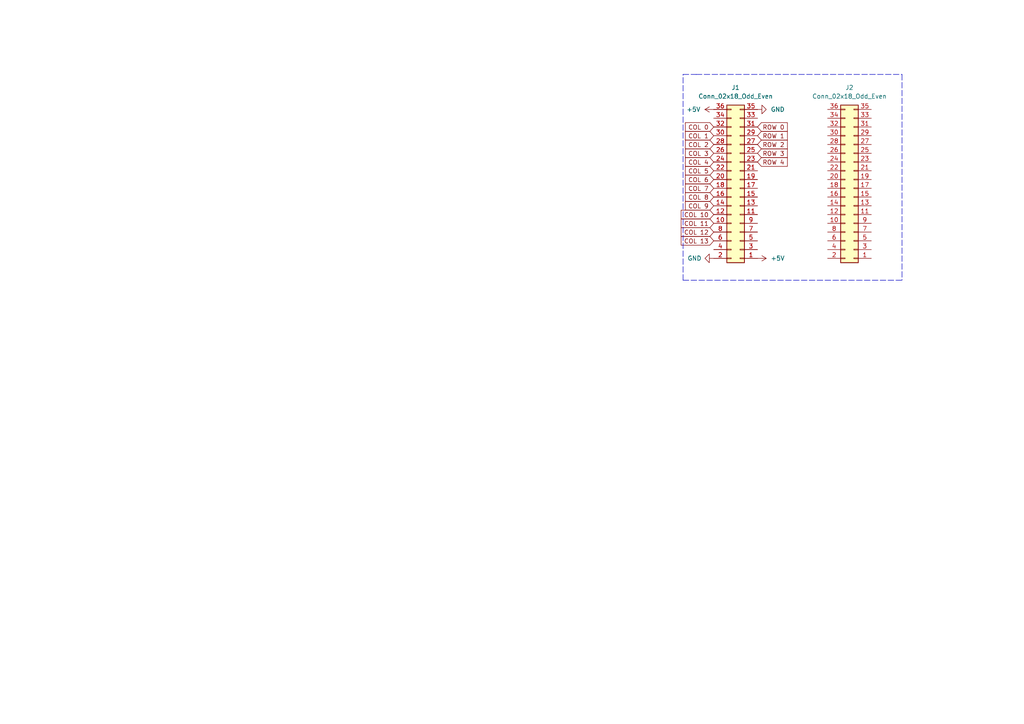
<source format=kicad_sch>
(kicad_sch (version 20211123) (generator eeschema)
  (paper "A4")
  (junction (at 490.728 102.108))
  (junction (at 410.21 10.16))
  (junction (at 458.978 102.108))
  (junction (at 644.779 119.126))
  (junction (at 510.032 93.218))
  (junction (at 330.2 26.67))
  (junction (at 438.785 76.835))
  (junction (at 660.019 93.345))
  (junction (at 436.245 71.12))
  (junction (at 659.892 101.981))
  (junction (at 571.5 32.385))
  (junction (at 398.145 32.385))
  (junction (at 481.965 26.67))
  (junction (at 494.665 54.61))
  (junction (at 330.2 48.895))
  (junction (at 532.13 93.345))
  (junction (at 488.315 93.345))
  (junction (at 510.032 100.076))
  (junction (at 429.895 54.61))
  (junction (at 490.855 48.895))
  (junction (at 589.915 26.67))
  (junction (at 380.238 102.108))
  (junction (at 460.375 76.835))
  (junction (at 518.795 10.16))
  (junction (at 323.85 32.385))
  (junction (at 503.555 76.835))
  (junction (at 501.015 71.12))
  (junction (at 568.325 26.67))
  (junction (at 593.09 32.385))
  (junction (at 394.97 26.67))
  (junction (at 414.655 71.12))
  (junction (at 469.265 48.895))
  (junction (at 590.55 76.835))
  (junction (at 556.26 48.895))
  (junction (at 376.555 32.385))
  (junction (at 323.723 102.108))
  (junction (at 549.91 32.385))
  (junction (at 426.085 48.895))
  (junction (at 408.305 54.61))
  (junction (at 387.35 93.345))
  (junction (at 581.66 54.61))
  (junction (at 585.343 102.108))
  (junction (at 666.75 93.218))
  (junction (at 497.205 10.16))
  (junction (at 423.545 93.345))
  (junction (at 577.85 48.895))
  (junction (at 568.96 76.835))
  (junction (at 473.075 54.61))
  (junction (at 630.555 48.768))
  (junction (at 404.495 48.895))
  (junction (at 462.915 32.385))
  (junction (at 323.85 54.61))
  (junction (at 382.905 48.895))
  (junction (at 560.07 54.61))
  (junction (at 544.83 71.12))
  (junction (at 374.015 76.835))
  (junction (at 373.38 26.67))
  (junction (at 371.475 71.12))
  (junction (at 351.79 26.67))
  (junction (at 466.725 93.345))
  (junction (at 666.75 118.237))
  (junction (at 474.98 10.16))
  (junction (at 419.735 32.385))
  (junction (at 417.195 76.835))
  (junction (at 457.835 71.12))
  (junction (at 516.255 54.61))
  (junction (at 563.118 102.108))
  (junction (at 365.125 54.61))
  (junction (at 497.713 118.618))
  (junction (at 588.01 71.12))
  (junction (at 547.37 76.835))
  (junction (at 525.145 26.67))
  (junction (at 323.85 76.835))
  (junction (at 660.019 76.835))
  (junction (at 323.85 10.16))
  (junction (at 358.14 93.345))
  (junction (at 431.8 10.16))
  (junction (at 638.175 97.79))
  (junction (at 361.315 48.895))
  (junction (at 388.62 10.16))
  (junction (at 330.2 71.12))
  (junction (at 330.2 93.345))
  (junction (at 423.672 93.345))
  (junction (at 351.663 102.108))
  (junction (at 345.44 10.16))
  (junction (at 583.565 10.16))
  (junction (at 447.675 48.895))
  (junction (at 637.794 102.108))
  (junction (at 540.385 10.16))
  (junction (at 540.893 102.108))
  (junction (at 453.39 10.16))
  (junction (at 575.31 93.345))
  (junction (at 506.095 32.385))
  (junction (at 367.03 10.16))
  (junction (at 513.08 48.895))
  (junction (at 599.44 48.895))
  (junction (at 408.813 102.108))
  (junction (at 481.965 76.835))
  (junction (at 528.32 32.385))
  (junction (at 466.598 93.345))
  (junction (at 630.555 26.67))
  (junction (at 479.425 71.12))
  (junction (at 591.693 100.203))
  (junction (at 438.15 26.67))
  (junction (at 659.892 102.108))
  (junction (at 523.24 71.12))
  (junction (at 503.555 26.67))
  (junction (at 441.325 32.385))
  (junction (at 534.67 48.895))
  (junction (at 660.019 101.981))
  (junction (at 609.473 102.108))
  (junction (at 416.56 26.67))
  (junction (at 395.605 76.835))
  (junction (at 546.735 26.67))
  (junction (at 386.715 54.61))
  (junction (at 459.74 26.67))
  (junction (at 393.065 71.12))
  (junction (at 525.145 76.835))
  (junction (at 566.42 71.12))
  (junction (at 484.505 32.385))
  (junction (at 538.48 54.61))
  (junction (at 603.25 71.12))
  (junction (at 553.72 93.345))
  (junction (at 451.485 54.61))
  (junction (at 354.965 32.385))
  (junction (at 561.975 10.16))
  (polyline (pts (xy 381.635 75.565) (xy 400.685 75.565)))
  (wire (pts (xy 323.85 71.12) (xy 330.2 71.12)))
  (wire (pts (xy 323.85 26.67) (xy 330.2 26.67)))
  (wire (pts (xy 525.145 26.67) (xy 525.145 29.21)))
  (wire (pts (xy 441.325 32.385) (xy 462.915 32.385)))
  (wire (pts (xy 593.09 32.385) (xy 614.68 32.385)))
  (wire (pts (xy 616.585 74.295) (xy 616.585 93.345)))
  (polyline (pts (xy 337.693 100.838) (xy 362.458 100.838)))
  (polyline (pts (xy 198.12 21.59) (xy 201.93 21.59)))
  (polyline (pts (xy 567.055 27.94) (xy 548.005 27.94)))
  (polyline (pts (xy 523.748 119.888) (xy 476.758 119.888)))
  (polyline (pts (xy 458.47 8.89) (xy 458.47 27.94)))
  (wire (pts (xy 501.015 71.12) (xy 501.015 73.66)))
  (polyline (pts (xy 668.147 100.838) (xy 687.197 100.838)))
  (polyline (pts (xy 396.24 27.94) (xy 396.24 8.89)))
  (wire (pts (xy 469.265 48.895) (xy 469.265 51.435)))
  (wire (pts (xy 538.48 63.5) (xy 538.48 64.77)))
  (wire (pts (xy 553.72 73.66) (xy 553.72 93.345)))
  (polyline (pts (xy 483.235 27.94) (xy 483.235 8.89)))
  (wire (pts (xy 380.238 102.108) (xy 408.813 102.108)))
  (wire (pts (xy 459.74 26.67) (xy 459.74 29.21)))
  (wire (pts (xy 497.205 10.16) (xy 518.795 10.16)))
  (polyline (pts (xy 394.335 53.34) (xy 413.385 53.34)))
  (polyline (pts (xy 465.455 94.615) (xy 446.405 94.615)))
  (polyline (pts (xy 309.88 31.115) (xy 338.455 31.115)))
  (wire (pts (xy 386.715 54.61) (xy 408.305 54.61)))
  (polyline (pts (xy 548.005 27.94) (xy 548.005 8.89)))
  (polyline (pts (xy 391.033 119.888) (xy 366.268 119.888)))
  (wire (pts (xy 666.75 118.237) (xy 659.892 118.237)))
  (wire (pts (xy 351.663 110.998) (xy 351.663 112.268)))
  (wire (pts (xy 506.095 48.895) (xy 513.08 48.895)))
  (wire (pts (xy 367.03 10.16) (xy 388.62 10.16)))
  (polyline (pts (xy 492.125 31.115) (xy 511.175 31.115)))
  (polyline (pts (xy 459.105 53.34) (xy 478.155 53.34)))
  (polyline (pts (xy 437.515 72.39) (xy 437.515 53.34)))
  (wire (pts (xy 345.44 19.05) (xy 345.44 20.32)))
  (wire (pts (xy 438.15 26.67) (xy 438.15 29.21)))
  (wire (pts (xy 554.863 95.885) (xy 554.863 99.314)))
  (wire (pts (xy 497.713 118.618) (xy 490.728 118.618)))
  (wire (pts (xy 481.965 29.845) (xy 490.855 29.845)))
  (wire (pts (xy 616.458 98.298) (xy 616.458 118.618)))
  (wire (pts (xy 382.905 29.845) (xy 382.905 48.895)))
  (wire (pts (xy 469.265 29.21) (xy 469.265 48.895)))
  (wire (pts (xy 460.375 93.345) (xy 466.598 93.345)))
  (wire (pts (xy 503.555 85.725) (xy 503.555 86.995)))
  (wire (pts (xy 571.5 41.275) (xy 571.5 42.545)))
  (polyline (pts (xy 569.595 27.94) (xy 569.595 8.89)))
  (polyline (pts (xy 514.35 50.165) (xy 514.35 31.115)))
  (polyline (pts (xy 646.049 75.565) (xy 665.099 75.565)))
  (polyline (pts (xy 664.972 100.838) (xy 664.972 119.888)))
  (wire (pts (xy 570.103 100.203) (xy 570.103 118.618)))
  (wire (pts (xy 410.21 10.16) (xy 431.8 10.16)))
  (polyline (pts (xy 574.04 94.615) (xy 554.99 94.615)))
  (wire (pts (xy 462.915 32.385) (xy 484.505 32.385)))
  (wire (pts (xy 609.473 102.108) (xy 609.473 102.235)))
  (wire (pts (xy 330.2 93.345) (xy 330.2 118.618)))
  (wire (pts (xy 525.145 1.905) (xy 525.145 26.67)))
  (polyline (pts (xy 443.865 75.565) (xy 443.865 94.615)))
  (wire (pts (xy 351.663 102.108) (xy 380.238 102.108)))
  (wire (pts (xy 616.458 118.618) (xy 609.473 118.618)))
  (wire (pts (xy 554.863 99.314) (xy 575.31 99.314)))
  (wire (pts (xy 638.048 97.79) (xy 638.175 97.79)))
  (wire (pts (xy 358.14 93.345) (xy 374.015 93.345)))
  (polyline (pts (xy 567.055 8.89) (xy 567.055 27.94)))
  (wire (pts (xy 404.495 29.21) (xy 404.495 48.895)))
  (wire (pts (xy 460.375 85.725) (xy 460.375 86.995)))
  (polyline (pts (xy 328.93 27.94) (xy 309.88 27.94)))
  (polyline (pts (xy 499.745 53.34) (xy 499.745 72.39)))
  (wire (pts (xy 510.032 100.203) (xy 547.243 100.203)))
  (wire (pts (xy 388.62 10.16) (xy 410.21 10.16)))
  (wire (pts (xy 501.015 73.66) (xy 509.905 73.66)))
  (wire (pts (xy 660.019 76.835) (xy 660.146 76.835)))
  (polyline (pts (xy 589.28 72.39) (xy 589.28 53.34)))
  (polyline (pts (xy 331.47 27.94) (xy 331.47 8.89)))
  (wire (pts (xy 585.343 110.998) (xy 585.343 112.268)))
  (polyline (pts (xy 595.503 119.888) (xy 595.503 100.838)))
  (wire (pts (xy 523.24 51.435) (xy 523.24 71.12)))
  (polyline (pts (xy 350.52 8.89) (xy 350.52 27.94)))
  (polyline (pts (xy 470.535 50.165) (xy 470.535 31.115)))
  (wire (pts (xy 481.965 76.835) (xy 503.555 76.835)))
  (wire (pts (xy 414.655 51.435) (xy 414.655 71.12)))
  (polyline (pts (xy 362.458 100.838) (xy 362.458 119.888)))
  (wire (pts (xy 447.675 29.21) (xy 447.675 48.895)))
  (wire (pts (xy 323.85 10.16) (xy 345.44 10.16)))
  (polyline (pts (xy 487.045 75.565) (xy 487.045 94.615)))
  (polyline (pts (xy 370.205 72.39) (xy 351.155 72.39)))
  (wire (pts (xy 589.915 1.27) (xy 589.915 26.67)))
  (polyline (pts (xy 554.99 75.565) (xy 574.04 75.565)))
  (wire (pts (xy 416.56 0.635) (xy 416.56 26.67)))
  (polyline (pts (xy 557.53 31.115) (xy 576.58 31.115)))
  (wire (pts (xy 423.672 93.345) (xy 423.545 93.345)))
  (polyline (pts (xy 437.515 53.34) (xy 456.565 53.34)))
  (polyline (pts (xy 362.458 119.888) (xy 337.693 119.888)))
  (wire (pts (xy 599.313 52.197) (xy 638.048 52.197)))
  (wire (pts (xy 351.79 3.175) (xy 351.79 26.67)))
  (wire (pts (xy 388.62 26.67) (xy 394.97 26.67)))
  (polyline (pts (xy 526.415 8.89) (xy 545.465 8.89)))
  (wire (pts (xy 540.893 110.998) (xy 540.893 112.268)))
  (wire (pts (xy 453.39 26.67) (xy 459.74 26.67)))
  (wire (pts (xy 563.118 110.998) (xy 563.118 112.268)))
  (wire (pts (xy 351.79 29.845) (xy 361.315 29.845)))
  (polyline (pts (xy 623.824 100.838) (xy 642.874 100.838)))
  (polyline (pts (xy 554.99 31.115) (xy 554.99 50.165)))
  (wire (pts (xy 330.2 48.895) (xy 330.2 71.12)))
  (wire (pts (xy 398.145 41.275) (xy 398.145 42.545)))
  (polyline (pts (xy 458.47 27.94) (xy 439.42 27.94)))
  (polyline (pts (xy 554.99 94.615) (xy 554.99 75.565)))
  (wire (pts (xy 426.085 51.435) (xy 436.245 51.435)))
  (polyline (pts (xy 629.285 53.34) (xy 629.285 72.39)))
  (wire (pts (xy 361.315 51.435) (xy 371.475 51.435)))
  (wire (pts (xy 546.735 29.21) (xy 556.26 29.21)))
  (polyline (pts (xy 340.995 50.165) (xy 340.995 31.115)))
  (wire (pts (xy 481.965 85.725) (xy 481.965 86.995)))
  (polyline (pts (xy 360.045 75.565) (xy 379.095 75.565)))
  (wire (pts (xy 419.735 41.275) (xy 419.735 42.545)))
  (wire (pts (xy 474.98 10.16) (xy 497.205 10.16)))
  (wire (pts (xy 481.965 0.635) (xy 481.965 26.67)))
  (wire (pts (xy 466.598 118.618) (xy 458.978 118.618)))
  (wire (pts (xy 561.975 19.05) (xy 561.975 20.32)))
  (polyline (pts (xy 591.185 8.89) (xy 628.65 8.89)))
  (wire (pts (xy 509.905 93.345) (xy 503.555 93.345)))
  (wire (pts (xy 553.593 100.203) (xy 570.103 100.203)))
  (wire (pts (xy 561.975 10.16) (xy 583.565 10.16)))
  (wire (pts (xy 513.08 48.895) (xy 513.08 51.435)))
  (polyline (pts (xy 436.88 8.89) (xy 436.88 27.94)))
  (wire (pts (xy 525.145 76.835) (xy 547.37 76.835)))
  (polyline (pts (xy 434.975 53.34) (xy 434.975 72.39)))
  (wire (pts (xy 466.725 73.66) (xy 466.725 93.345)))
  (wire (pts (xy 528.32 48.895) (xy 534.67 48.895)))
  (polyline (pts (xy 422.275 94.615) (xy 403.225 94.615)))
  (wire (pts (xy 516.255 54.61) (xy 538.48 54.61)))
  (wire (pts (xy 503.555 29.845) (xy 513.08 29.845)))
  (wire (pts (xy 590.55 76.835) (xy 660.019 76.835)))
  (wire (pts (xy 513.08 51.435) (xy 523.24 51.435)))
  (wire (pts (xy 469.265 51.435) (xy 479.425 51.435)))
  (polyline (pts (xy 353.06 8.89) (xy 372.11 8.89)))
  (wire (pts (xy 575.31 98.298) (xy 616.458 98.298)))
  (polyline (pts (xy 600.71 50.165) (xy 600.71 31.115)))
  (wire (pts (xy 393.065 71.12) (xy 393.065 74.295)))
  (wire (pts (xy 532.13 73.66) (xy 532.13 93.345)))
  (wire (pts (xy 387.35 93.345) (xy 395.605 93.345)))
  (wire (pts (xy 553.593 98.933) (xy 553.593 100.203)))
  (polyline (pts (xy 467.995 50.165) (xy 448.945 50.165)))
  (polyline (pts (xy 533.4 75.565) (xy 552.45 75.565)))
  (polyline (pts (xy 476.758 119.888) (xy 476.758 100.838)))
  (polyline (pts (xy 545.465 8.89) (xy 545.465 27.94)))
  (polyline (pts (xy 526.923 100.838) (xy 545.973 100.838)))
  (polyline (pts (xy 552.45 75.565) (xy 552.45 94.615)))
  (polyline (pts (xy 198.12 81.28) (xy 198.12 21.59)))
  (wire (pts (xy 544.83 73.66) (xy 553.72 73.66)))
  (wire (pts (xy 380.365 74.295) (xy 380.365 93.345)))
  (wire (pts (xy 376.555 48.895) (xy 382.905 48.895)))
  (wire (pts (xy 410.21 19.05) (xy 410.21 20.32)))
  (wire (pts (xy 528.32 41.275) (xy 528.32 42.545)))
  (wire (pts (xy 419.735 48.895) (xy 426.085 48.895)))
  (wire (pts (xy 302.26 76.835) (xy 323.85 76.835)))
  (wire (pts (xy 416.56 26.67) (xy 416.56 29.21)))
  (polyline (pts (xy 338.455 31.115) (xy 338.455 50.165)))
  (wire (pts (xy 603.25 63.5) (xy 603.25 64.77)))
  (wire (pts (xy 599.44 48.895) (xy 599.313 52.197)))
  (polyline (pts (xy 415.29 27.94) (xy 396.24 27.94)))
  (polyline (pts (xy 549.148 119.888) (xy 549.148 100.838)))
  (wire (pts (xy 376.555 32.385) (xy 398.145 32.385)))
  (wire (pts (xy 561.975 26.67) (xy 568.325 26.67)))
  (wire (pts (xy 568.325 1.27) (xy 568.325 26.67)))
  (polyline (pts (xy 600.71 31.115) (xy 629.285 31.115)))
  (polyline (pts (xy 356.87 94.615) (xy 309.88 94.615)))
  (polyline (pts (xy 309.88 72.39) (xy 309.88 53.34)))
  (polyline (pts (xy 526.415 27.94) (xy 526.415 8.89)))
  (wire (pts (xy 588.01 71.12) (xy 588.01 74.295)))
  (wire (pts (xy 637.794 110.998) (xy 637.794 112.268)))
  (wire (pts (xy 436.245 51.435) (xy 436.245 71.12)))
  (wire (pts (xy 547.37 76.835) (xy 568.96 76.835)))
  (wire (pts (xy 571.5 32.385) (xy 593.09 32.385)))
  (wire (pts (xy 410.21 26.67) (xy 416.56 26.67)))
  (wire (pts (xy 525.145 29.21) (xy 534.67 29.21)))
  (wire (pts (xy 408.813 110.998) (xy 408.813 112.268)))
  (wire (pts (xy 589.915 26.67) (xy 589.915 29.21)))
  (polyline (pts (xy 439.42 8.89) (xy 458.47 8.89)))
  (polyline (pts (xy 489.585 94.615) (xy 489.585 75.565)))
  (polyline (pts (xy 379.095 94.615) (xy 360.045 94.615)))
  (polyline (pts (xy 384.175 31.115) (xy 403.225 31.115)))
  (polyline (pts (xy 478.155 72.39) (xy 459.105 72.39)))
  (wire (pts (xy 568.96 76.835) (xy 590.55 76.835)))
  (polyline (pts (xy 508.635 75.565) (xy 508.635 94.615)))
  (polyline (pts (xy 629.285 31.115) (xy 629.285 50.165)))
  (polyline (pts (xy 480.695 53.34) (xy 499.745 53.34)))
  (polyline (pts (xy 443.865 94.615) (xy 424.815 94.615)))
  (wire (pts (xy 563.118 102.108) (xy 585.343 102.108)))
  (wire (pts (xy 525.145 93.345) (xy 532.13 93.345)))
  (wire (pts (xy 659.892 110.998) (xy 659.892 112.268)))
  (wire (pts (xy 473.075 54.61) (xy 494.665 54.61)))
  (wire (pts (xy 417.195 85.725) (xy 417.195 86.995)))
  (polyline (pts (xy 467.995 75.565) (xy 487.045 75.565)))
  (wire (pts (xy 457.835 51.435) (xy 457.835 71.12)))
  (wire (pts (xy 546.735 26.67) (xy 546.735 29.21)))
  (polyline (pts (xy 470.535 31.115) (xy 489.585 31.115)))
  (polyline (pts (xy 446.405 50.165) (xy 427.355 50.165)))
  (wire (pts (xy 323.85 93.345) (xy 330.2 93.345)))
  (wire (pts (xy 436.245 71.12) (xy 436.245 73.66)))
  (polyline (pts (xy 545.465 27.94) (xy 526.415 27.94)))
  (wire (pts (xy 479.425 73.66) (xy 488.315 73.66)))
  (wire (pts (xy 302.26 32.385) (xy 323.85 32.385)))
  (polyline (pts (xy 394.843 119.888) (xy 394.843 100.838)))
  (polyline (pts (xy 459.105 72.39) (xy 459.105 53.34)))
  (wire (pts (xy 404.495 51.435) (xy 414.655 51.435)))
  (wire (pts (xy 417.195 76.835) (xy 438.785 76.835)))
  (wire (pts (xy 323.85 85.725) (xy 323.85 86.995)))
  (polyline (pts (xy 415.29 8.89) (xy 415.29 27.94)))
  (polyline (pts (xy 533.4 31.115) (xy 533.4 50.165)))
  (polyline (pts (xy 480.06 8.89) (xy 480.06 27.94)))
  (wire (pts (xy 590.55 93.345) (xy 616.585 93.345)))
  (polyline (pts (xy 480.695 72.39) (xy 480.695 53.34)))
  (wire (pts (xy 323.723 102.108) (xy 351.663 102.108)))
  (wire (pts (xy 361.315 29.845) (xy 361.315 48.895)))
  (polyline (pts (xy 668.147 119.888) (xy 668.147 100.838)))
  (wire (pts (xy 466.598 118.618) (xy 466.598 93.345)))
  (wire (pts (xy 387.35 93.345) (xy 387.35 118.618)))
  (wire (pts (xy 575.31 73.66) (xy 575.31 93.345)))
  (wire (pts (xy 568.96 93.345) (xy 575.31 93.345)))
  (wire (pts (xy 560.07 54.61) (xy 581.66 54.61)))
  (polyline (pts (xy 576.58 31.115) (xy 576.58 50.165)))
  (wire (pts (xy 323.85 41.275) (xy 323.85 42.545)))
  (wire (pts (xy 438.785 76.835) (xy 460.375 76.835)))
  (polyline (pts (xy 687.197 100.838) (xy 687.197 119.888)))
  (wire (pts (xy 490.855 51.435) (xy 501.015 51.435)))
  (wire (pts (xy 583.565 19.05) (xy 583.565 20.32)))
  (polyline (pts (xy 511.175 94.615) (xy 511.175 75.565)))
  (polyline (pts (xy 403.225 50.165) (xy 384.175 50.165)))
  (wire (pts (xy 503.555 26.67) (xy 503.555 29.845)))
  (polyline (pts (xy 394.335 72.39) (xy 394.335 53.34)))
  (polyline (pts (xy 445.008 119.888) (xy 445.008 100.838)))
  (polyline (pts (xy 424.815 31.115) (xy 424.815 50.165)))
  (polyline (pts (xy 629.285 72.39) (xy 589.28 72.39)))
  (polyline (pts (xy 579.12 50.165) (xy 579.12 31.115)))
  (polyline (pts (xy 557.53 50.165) (xy 557.53 31.115)))
  (wire (pts (xy 323.85 76.835) (xy 374.015 76.835)))
  (wire (pts (xy 358.14 93.345) (xy 358.14 118.618)))
  (polyline (pts (xy 533.4 50.165) (xy 514.35 50.165)))
  (wire (pts (xy 373.38 29.845) (xy 382.905 29.845)))
  (polyline (pts (xy 628.65 27.94) (xy 628.65 8.89)))
  (wire (pts (xy 591.693 100.076) (xy 591.693 100.203)))
  (wire (pts (xy 518.795 19.05) (xy 518.795 20.32)))
  (wire (pts (xy 588.01 51.435) (xy 588.01 71.12)))
  (wire (pts (xy 591.693 100.203) (xy 591.693 118.618)))
  (wire (pts (xy 459.74 29.21) (xy 469.265 29.21)))
  (polyline (pts (xy 623.824 119.888) (xy 623.824 100.838)))
  (wire (pts (xy 630.555 26.67) (xy 630.555 48.768)))
  (wire (pts (xy 330.2 3.81) (xy 330.2 26.67)))
  (polyline (pts (xy 372.11 27.94) (xy 353.06 27.94)))
  (wire (pts (xy 453.39 10.16) (xy 474.98 10.16)))
  (wire (pts (xy 538.48 71.12) (xy 544.83 71.12)))
  (polyline (pts (xy 586.74 53.34) (xy 586.74 72.39)))
  (wire (pts (xy 510.032 100.203) (xy 510.032 100.076)))
  (polyline (pts (xy 642.874 100.838) (xy 642.874 119.888)))
  (polyline (pts (xy 309.753 119.888) (xy 309.753 100.838)))
  (wire (pts (xy 330.2 71.12) (xy 330.2 93.345)))
  (wire (pts (xy 414.655 74.295) (xy 423.545 74.295)))
  (wire (pts (xy 438.785 85.725) (xy 438.785 86.995)))
  (wire (pts (xy 354.965 32.385) (xy 376.555 32.385)))
  (wire (pts (xy 490.728 110.998) (xy 490.728 112.268)))
  (wire (pts (xy 510.032 93.218) (xy 510.032 100.076)))
  (polyline (pts (xy 489.585 50.165) (xy 470.535 50.165)))
  (polyline (pts (xy 548.005 8.89) (xy 567.055 8.89)))
  (polyline (pts (xy 348.615 72.39) (xy 309.88 72.39)))
  (wire (pts (xy 689.356 48.768) (xy 689.356 118.618)))
  (polyline (pts (xy 337.693 119.888) (xy 337.693 100.838)))
  (polyline (pts (xy 665.099 75.565) (xy 665.099 94.615)))
  (wire (pts (xy 577.85 51.435) (xy 588.01 51.435)))
  (wire (pts (xy 395.605 85.725) (xy 395.605 86.995)))
  (wire (pts (xy 581.66 63.5) (xy 581.66 64.77)))
  (wire (pts (xy 371.475 51.435) (xy 371.475 71.12)))
  (wire (pts (xy 599.44 29.21) (xy 599.44 48.895)))
  (wire (pts (xy 380.365 93.345) (xy 387.35 93.345)))
  (wire (pts (xy 660.019 93.218) (xy 660.019 93.345)))
  (polyline (pts (xy 261.62 21.59) (xy 261.62 81.28)))
  (polyline (pts (xy 590.423 119.888) (xy 571.373 119.888)))
  (wire (pts (xy 388.62 19.05) (xy 388.62 20.32)))
  (polyline (pts (xy 478.155 53.34) (xy 478.155 72.39)))
  (wire (pts (xy 458.978 102.108) (xy 490.728 102.108)))
  (wire (pts (xy 386.715 71.12) (xy 393.065 71.12)))
  (polyline (pts (xy 511.175 31.115) (xy 511.175 50.165)))
  (wire (pts (xy 398.145 48.895) (xy 404.495 48.895)))
  (polyline (pts (xy 465.455 75.565) (xy 465.455 94.615)))
  (wire (pts (xy 614.68 41.275) (xy 614.68 42.545)))
  (polyline (pts (xy 571.373 100.838) (xy 590.423 100.838)))
  (polyline (pts (xy 489.585 31.115) (xy 489.585 50.165)))
  (wire (pts (xy 630.555 0.635) (xy 630.555 26.67)))
  (wire (pts (xy 568.325 29.21) (xy 577.85 29.21)))
  (wire (pts (xy 566.42 73.66) (xy 575.31 73.66)))
  (polyline (pts (xy 309.88 75.565) (xy 356.87 75.565)))
  (wire (pts (xy 323.85 19.05) (xy 323.85 20.32)))
  (wire (pts (xy 575.31 100.076) (xy 591.693 100.076)))
  (wire (pts (xy 525.145 85.725) (xy 525.145 86.995)))
  (polyline (pts (xy 467.995 31.115) (xy 467.995 50.165)))
  (wire (pts (xy 429.895 63.5) (xy 429.895 64.77)))
  (wire (pts (xy 330.2 26.67) (xy 330.2 48.895)))
  (wire (pts (xy 323.723 118.618) (xy 330.2 118.618)))
  (polyline (pts (xy 614.553 119.888) (xy 595.503 119.888)))
  (wire (pts (xy 423.545 93.345) (xy 417.195 93.345)))
  (polyline (pts (xy 436.88 27.94) (xy 417.83 27.94)))
  (wire (pts (xy 490.855 48.895) (xy 490.855 51.435)))
  (polyline (pts (xy 569.595 8.89) (xy 588.645 8.89)))
  (polyline (pts (xy 372.745 72.39) (xy 372.745 53.34)))
  (polyline (pts (xy 374.65 27.94) (xy 374.65 8.89)))
  (polyline (pts (xy 309.88 50.165) (xy 309.88 31.115)))
  (wire (pts (xy 540.893 102.108) (xy 563.118 102.108)))
  (wire (pts (xy 593.09 48.895) (xy 599.44 48.895)))
  (polyline (pts (xy 549.148 100.838) (xy 568.198 100.838)))
  (polyline (pts (xy 391.795 53.34) (xy 391.795 72.39)))
  (wire (pts (xy 630.555 48.768) (xy 689.356 48.768)))
  (wire (pts (xy 638.175 71.12) (xy 638.175 97.79)))
  (polyline (pts (xy 384.175 50.165) (xy 384.175 31.115)))
  (polyline (pts (xy 424.815 75.565) (xy 443.865 75.565)))
  (polyline (pts (xy 372.11 8.89) (xy 372.11 27.94)))
  (polyline (pts (xy 446.405 75.565) (xy 465.455 75.565)))
  (wire (pts (xy 484.505 48.895) (xy 490.855 48.895)))
  (wire (pts (xy 666.75 93.218) (xy 666.75 67.691)))
  (wire (pts (xy 501.015 51.435) (xy 501.015 71.12)))
  (wire (pts (xy 547.243 118.618) (xy 540.893 118.618)))
  (polyline (pts (xy 579.12 31.115) (xy 598.17 31.115)))
  (polyline (pts (xy 576.58 94.615) (xy 576.58 75.565)))
  (wire (pts (xy 479.425 51.435) (xy 479.425 71.12)))
  (wire (pts (xy 354.965 48.895) (xy 361.315 48.895)))
  (polyline (pts (xy 502.285 8.89) (xy 502.285 27.94)))
  (wire (pts (xy 609.473 110.998) (xy 609.473 112.268)))
  (wire (pts (xy 509.905 73.66) (xy 509.905 93.345)))
  (wire (pts (xy 609.473 101.981) (xy 609.473 102.108)))
  (wire (pts (xy 497.205 26.67) (xy 503.555 26.67)))
  (polyline (pts (xy 403.225 75.565) (xy 422.275 75.565)))
  (wire (pts (xy 380.238 118.618) (xy 387.35 118.618)))
  (polyline (pts (xy 400.685 94.615) (xy 381.635 94.615)))
  (wire (pts (xy 416.56 29.21) (xy 426.085 29.21)))
  (wire (pts (xy 479.425 71.12) (xy 479.425 73.66)))
  (polyline (pts (xy 588.645 8.89) (xy 588.645 27.94)))
  (polyline (pts (xy 524.51 72.39) (xy 524.51 53.34)))
  (wire (pts (xy 441.325 48.895) (xy 447.675 48.895)))
  (polyline (pts (xy 571.373 119.888) (xy 571.373 100.838)))
  (wire (pts (xy 591.693 118.618) (xy 585.343 118.618)))
  (polyline (pts (xy 589.28 53.34) (xy 629.285 53.34)))
  (polyline (pts (xy 524.51 53.34) (xy 543.56 53.34)))
  (polyline (pts (xy 595.503 100.838) (xy 614.553 100.838)))
  (polyline (pts (xy 362.585 50.165) (xy 362.585 31.115)))
  (wire (pts (xy 630.555 48.768) (xy 630.555 48.895)))
  (wire (pts (xy 540.385 10.16) (xy 561.975 10.16)))
  (wire (pts (xy 614.68 48.895) (xy 630.555 48.895)))
  (wire (pts (xy 441.325 41.275) (xy 441.325 42.545)))
  (wire (pts (xy 506.095 32.385) (xy 528.32 32.385)))
  (wire (pts (xy 590.55 85.725) (xy 590.55 86.995)))
  (polyline (pts (xy 523.875 27.94) (xy 504.825 27.94)))
  (wire (pts (xy 394.97 1.905) (xy 394.97 26.67)))
  (wire (pts (xy 445.135 93.345) (xy 438.785 93.345)))
  (wire (pts (xy 398.145 32.385) (xy 419.735 32.385)))
  (polyline (pts (xy 489.585 75.565) (xy 508.635 75.565)))
  (wire (pts (xy 666.75 93.218) (xy 660.019 93.218)))
  (wire (pts (xy 459.74 0) (xy 459.74 26.67)))
  (polyline (pts (xy 492.125 50.165) (xy 492.125 31.115)))
  (polyline (pts (xy 446.405 31.115) (xy 446.405 50.165)))
  (polyline (pts (xy 351.155 72.39) (xy 351.155 53.34)))
  (wire (pts (xy 644.779 119.126) (xy 644.779 119.253)))
  (wire (pts (xy 553.72 95.885) (xy 554.863 95.885)))
  (wire (pts (xy 365.125 54.61) (xy 386.715 54.61)))
  (wire (pts (xy 546.735 1.27) (xy 546.735 26.67)))
  (polyline (pts (xy 588.645 27.94) (xy 569.595 27.94)))
  (wire (pts (xy 575.31 93.345) (xy 575.31 98.298)))
  (wire (pts (xy 431.8 19.05) (xy 431.8 20.32)))
  (wire (pts (xy 549.91 41.275) (xy 549.91 42.545)))
  (wire (pts (xy 394.97 29.21) (xy 404.495 29.21)))
  (wire (pts (xy 571.5 48.895) (xy 577.85 48.895)))
  (polyline (pts (xy 374.65 8.89) (xy 393.7 8.89)))
  (wire (pts (xy 516.255 71.12) (xy 523.24 71.12)))
  (polyline (pts (xy 366.268 100.838) (xy 391.033 100.838)))
  (wire (pts (xy 638.175 71.12) (xy 603.25 71.12)))
  (polyline (pts (xy 393.7 8.89) (xy 393.7 27.94)))
  (wire (pts (xy 302.26 10.16) (xy 323.85 10.16)))
  (polyline (pts (xy 446.405 94.615) (xy 446.405 75.565)))
  (wire (pts (xy 528.32 32.385) (xy 549.91 32.385)))
  (wire (pts (xy 490.855 29.845) (xy 490.855 48.895)))
  (wire (pts (xy 523.24 73.66) (xy 532.13 73.66)))
  (wire (pts (xy 518.795 10.16) (xy 540.385 10.16)))
  (polyline (pts (xy 511.175 75.565) (xy 530.225 75.565)))
  (polyline (pts (xy 362.585 31.115) (xy 381.635 31.115)))
  (wire (pts (xy 419.735 32.385) (xy 441.325 32.385)))
  (wire (pts (xy 549.91 48.895) (xy 556.26 48.895)))
  (wire (pts (xy 523.24 71.12) (xy 523.24 73.66)))
  (wire (pts (xy 351.79 26.67) (xy 351.79 29.845)))
  (polyline (pts (xy 665.099 94.615) (xy 646.049 94.615)))
  (polyline (pts (xy 448.945 50.165) (xy 448.945 31.115)))
  (polyline (pts (xy 526.923 119.888) (xy 526.923 100.838)))
  (polyline (pts (xy 309.753 100.838) (xy 334.518 100.838)))
  (polyline (pts (xy 381.635 50.165) (xy 362.585 50.165)))
  (polyline (pts (xy 309.88 8.89) (xy 328.93 8.89)))
  (polyline (pts (xy 502.285 27.94) (xy 483.235 27.94)))
  (polyline (pts (xy 379.095 75.565) (xy 379.095 94.615)))
  (wire (pts (xy 488.315 95.25) (xy 497.84 95.25)))
  (polyline (pts (xy 502.285 53.34) (xy 521.335 53.34)))
  (polyline (pts (xy 415.925 72.39) (xy 415.925 53.34)))
  (wire (pts (xy 666.75 118.237) (xy 666.75 93.218)))
  (polyline (pts (xy 483.235 8.89) (xy 502.285 8.89)))
  (polyline (pts (xy 530.225 94.615) (xy 511.175 94.615)))
  (wire (pts (xy 386.715 63.5) (xy 386.715 64.77)))
  (wire (pts (xy 581.66 71.12) (xy 588.01 71.12)))
  (polyline (pts (xy 391.795 72.39) (xy 372.745 72.39)))
  (wire (pts (xy 484.505 32.385) (xy 506.095 32.385)))
  (polyline (pts (xy 514.35 31.115) (xy 533.4 31.115)))
  (wire (pts (xy 345.44 26.67) (xy 351.79 26.67)))
  (polyline (pts (xy 415.925 53.34) (xy 434.975 53.34)))
  (polyline (pts (xy 487.045 94.615) (xy 467.995 94.615)))
  (wire (pts (xy 451.485 71.12) (xy 457.835 71.12)))
  (wire (pts (xy 660.019 85.725) (xy 660.019 86.995)))
  (polyline (pts (xy 309.88 53.34) (xy 348.615 53.34)))
  (polyline (pts (xy 405.765 31.115) (xy 424.815 31.115)))
  (wire (pts (xy 431.8 10.16) (xy 453.39 10.16)))
  (polyline (pts (xy 309.88 27.94) (xy 309.88 8.89)))
  (wire (pts (xy 393.065 51.435) (xy 393.065 71.12)))
  (polyline (pts (xy 360.045 94.615) (xy 360.045 75.565)))
  (wire (pts (xy 577.85 48.895) (xy 577.85 51.435)))
  (wire (pts (xy 474.98 26.67) (xy 481.965 26.67)))
  (wire (pts (xy 462.915 41.275) (xy 462.915 42.545)))
  (wire (pts (xy 408.305 54.61) (xy 429.895 54.61)))
  (polyline (pts (xy 565.15 53.34) (xy 565.15 72.39)))
  (polyline (pts (xy 422.275 75.565) (xy 422.275 94.615)))
  (wire (pts (xy 460.375 76.835) (xy 481.965 76.835)))
  (wire (pts (xy 638.175 97.79) (xy 644.779 97.79)))
  (wire (pts (xy 503.555 0) (xy 503.555 26.67)))
  (wire (pts (xy 423.545 74.295) (xy 423.545 93.345)))
  (polyline (pts (xy 372.745 53.34) (xy 391.795 53.34)))
  (wire (pts (xy 423.672 93.345) (xy 423.672 118.618)))
  (polyline (pts (xy 480.06 27.94) (xy 461.01 27.94)))
  (wire (pts (xy 457.835 71.12) (xy 457.835 73.66)))
  (polyline (pts (xy 334.518 119.888) (xy 309.753 119.888)))
  (wire (pts (xy 302.133 102.108) (xy 323.723 102.108)))
  (polyline (pts (xy 461.01 27.94) (xy 461.01 8.89)))
  (wire (pts (xy 534.67 29.21) (xy 534.67 48.895)))
  (polyline (pts (xy 535.94 31.115) (xy 554.99 31.115)))
  (polyline (pts (xy 687.197 119.888) (xy 668.147 119.888)))
  (polyline (pts (xy 552.45 94.615) (xy 533.4 94.615)))
  (wire (pts (xy 373.38 26.67) (xy 373.38 29.845)))
  (polyline (pts (xy 568.198 119.888) (xy 549.148 119.888)))
  (wire (pts (xy 532.13 98.933) (xy 553.593 98.933)))
  (polyline (pts (xy 629.285 50.165) (xy 600.71 50.165)))
  (wire (pts (xy 560.07 71.12) (xy 566.42 71.12)))
  (wire (pts (xy 547.243 100.203) (xy 547.243 118.618)))
  (wire (pts (xy 436.245 73.66) (xy 445.135 73.66)))
  (polyline (pts (xy 586.74 72.39) (xy 567.69 72.39)))
  (wire (pts (xy 494.665 54.61) (xy 516.255 54.61)))
  (wire (pts (xy 371.475 71.12) (xy 371.475 73.66)))
  (polyline (pts (xy 473.583 119.888) (xy 445.008 119.888)))
  (polyline (pts (xy 348.615 53.34) (xy 348.615 72.39)))
  (wire (pts (xy 429.895 71.12) (xy 436.245 71.12)))
  (polyline (pts (xy 598.17 50.165) (xy 579.12 50.165)))
  (wire (pts (xy 532.13 93.345) (xy 532.13 98.933)))
  (wire (pts (xy 374.015 85.725) (xy 374.015 86.995)))
  (wire (pts (xy 473.075 71.12) (xy 479.425 71.12)))
  (wire (pts (xy 556.26 29.21) (xy 556.26 48.895)))
  (wire (pts (xy 365.125 63.5) (xy 365.125 64.77)))
  (polyline (pts (xy 576.58 75.565) (xy 609.6 75.565)))
  (polyline (pts (xy 502.285 72.39) (xy 502.285 53.34)))
  (wire (pts (xy 544.83 71.12) (xy 544.83 73.66)))
  (wire (pts (xy 431.8 26.67) (xy 438.15 26.67)))
  (wire (pts (xy 408.813 118.618) (xy 423.672 118.618)))
  (polyline (pts (xy 370.205 53.34) (xy 370.205 72.39)))
  (wire (pts (xy 376.555 41.275) (xy 376.555 42.545)))
  (polyline (pts (xy 445.008 100.838) (xy 473.583 100.838)))
  (polyline (pts (xy 628.65 27.94) (xy 591.185 27.94)))
  (polyline (pts (xy 461.01 8.89) (xy 480.06 8.89)))
  (wire (pts (xy 568.325 26.67) (xy 568.325 29.21)))
  (polyline (pts (xy 427.355 31.115) (xy 446.405 31.115)))
  (polyline (pts (xy 405.765 50.165) (xy 405.765 31.115)))
  (polyline (pts (xy 523.875 8.89) (xy 523.875 27.94)))
  (wire (pts (xy 393.065 74.295) (xy 380.365 74.295)))
  (wire (pts (xy 323.85 63.5) (xy 323.85 64.77)))
  (wire (pts (xy 682.117 110.998) (xy 682.117 112.268)))
  (wire (pts (xy 666.75 67.691) (xy 638.048 67.691)))
  (polyline (pts (xy 467.995 94.615) (xy 467.995 75.565)))
  (polyline (pts (xy 574.04 75.565) (xy 574.04 94.615)))
  (wire (pts (xy 659.892 101.981) (xy 660.019 101.981)))
  (wire (pts (xy 345.44 10.16) (xy 367.03 10.16)))
  (polyline (pts (xy 413.385 72.39) (xy 394.335 72.39)))
  (wire (pts (xy 544.83 52.07) (xy 544.83 71.12)))
  (wire (pts (xy 380.238 110.998) (xy 380.238 112.268)))
  (polyline (pts (xy 567.69 72.39) (xy 567.69 53.34)))
  (polyline (pts (xy 391.033 100.838) (xy 391.033 119.888)))
  (polyline (pts (xy 567.69 53.34) (xy 586.74 53.34)))
  (polyline (pts (xy 360.045 50.165) (xy 340.995 50.165)))
  (wire (pts (xy 481.965 93.345) (xy 488.315 93.345)))
  (wire (pts (xy 506.095 41.275) (xy 506.095 42.545)))
  (wire (pts (xy 644.779 119.126) (xy 637.794 118.618)))
  (polyline (pts (xy 417.83 27.94) (xy 417.83 8.89)))
  (polyline (pts (xy 448.945 31.115) (xy 467.995 31.115)))
  (wire (pts (xy 490.728 102.108) (xy 540.893 102.108)))
  (wire (pts (xy 682.117 118.618) (xy 689.356 118.618)))
  (wire (pts (xy 488.315 93.345) (xy 488.315 95.25)))
  (polyline (pts (xy 351.155 53.34) (xy 370.205 53.34)))
  (polyline (pts (xy 434.975 72.39) (xy 415.925 72.39)))
  (wire (pts (xy 488.315 73.66) (xy 488.315 93.345)))
  (wire (pts (xy 659.892 102.108) (xy 682.117 102.108)))
  (polyline (pts (xy 350.52 27.94) (xy 331.47 27.94)))
  (polyline (pts (xy 535.94 50.165) (xy 535.94 31.115)))
  (polyline (pts (xy 441.833 119.888) (xy 394.843 119.888)))
  (wire (pts (xy 494.665 71.12) (xy 501.015 71.12)))
  (wire (pts (xy 518.795 26.67) (xy 525.145 26.67)))
  (wire (pts (xy 323.723 110.998) (xy 323.723 112.268)))
  (polyline (pts (xy 533.4 94.615) (xy 533.4 75.565)))
  (polyline (pts (xy 353.06 27.94) (xy 353.06 8.89)))
  (polyline (pts (xy 609.6 75.565) (xy 609.6 94.615)))
  (wire (pts (xy 666.75 118.364) (xy 666.75 118.237)))
  (polyline (pts (xy 646.049 94.615) (xy 646.049 75.565)))
  (polyline (pts (xy 201.93 21.59) (xy 261.62 21.59)))
  (wire (pts (xy 568.96 85.725) (xy 568.96 86.995)))
  (wire (pts (xy 323.85 54.61) (xy 365.125 54.61)))
  (wire (pts (xy 474.98 19.05) (xy 474.98 20.32)))
  (wire (pts (xy 588.01 74.295) (xy 616.585 74.295)))
  (wire (pts (xy 593.09 41.275) (xy 593.09 42.545)))
  (wire (pts (xy 534.67 48.895) (xy 534.67 52.07)))
  (wire (pts (xy 589.915 29.21) (xy 599.44 29.21)))
  (wire (pts (xy 382.905 48.895) (xy 382.905 51.435)))
  (polyline (pts (xy 546.1 72.39) (xy 546.1 53.34)))
  (polyline (pts (xy 642.874 119.888) (xy 623.824 119.888)))
  (wire (pts (xy 408.305 71.12) (xy 414.655 71.12)))
  (polyline (pts (xy 554.99 50.165) (xy 535.94 50.165)))
  (wire (pts (xy 570.103 118.618) (xy 563.118 118.618)))
  (wire (pts (xy 484.505 41.275) (xy 484.505 42.545)))
  (wire (pts (xy 365.125 71.12) (xy 371.475 71.12)))
  (polyline (pts (xy 664.972 119.888) (xy 645.922 119.888)))
  (polyline (pts (xy 366.268 119.888) (xy 366.268 100.838)))
  (wire (pts (xy 323.85 48.895) (xy 330.2 48.895)))
  (wire (pts (xy 438.15 0.635) (xy 438.15 26.67)))
  (wire (pts (xy 462.915 48.895) (xy 469.265 48.895)))
  (polyline (pts (xy 439.42 27.94) (xy 439.42 8.89)))
  (polyline (pts (xy 530.225 75.565) (xy 530.225 94.615)))
  (wire (pts (xy 603.25 71.12) (xy 603.25 71.247)))
  (wire (pts (xy 408.305 63.5) (xy 408.305 64.77)))
  (wire (pts (xy 395.605 76.835) (xy 417.195 76.835)))
  (polyline (pts (xy 328.93 8.89) (xy 328.93 27.94)))
  (wire (pts (xy 447.675 51.435) (xy 457.835 51.435)))
  (polyline (pts (xy 334.518 100.838) (xy 334.518 119.888)))
  (wire (pts (xy 404.495 48.895) (xy 404.495 51.435)))
  (polyline (pts (xy 403.225 94.615) (xy 403.225 75.565)))
  (wire (pts (xy 577.85 29.21) (xy 577.85 48.895)))
  (polyline (pts (xy 645.922 100.838) (xy 664.972 100.838)))
  (polyline (pts (xy 476.758 100.838) (xy 523.748 100.838)))
  (polyline (pts (xy 523.748 100.838) (xy 523.748 119.888)))
  (polyline (pts (xy 508.635 94.615) (xy 489.585 94.615)))
  (polyline (pts (xy 543.56 72.39) (xy 524.51 72.39)))
  (polyline (pts (xy 565.15 72.39) (xy 546.1 72.39)))
  (wire (pts (xy 351.663 118.618) (xy 358.14 118.618)))
  (wire (pts (xy 497.205 19.05) (xy 497.205 20.32)))
  (polyline (pts (xy 413.385 53.34) (xy 413.385 72.39)))
  (wire (pts (xy 367.03 19.05) (xy 367.03 20.32)))
  (polyline (pts (xy 198.12 81.28) (xy 261.62 81.28)))
  (wire (pts (xy 374.015 76.835) (xy 395.605 76.835)))
  (wire (pts (xy 497.84 118.618) (xy 497.713 118.618)))
  (wire (pts (xy 445.135 73.66) (xy 445.135 93.345)))
  (wire (pts (xy 556.26 48.895) (xy 556.26 51.435)))
  (wire (pts (xy 540.385 26.67) (xy 546.735 26.67)))
  (wire (pts (xy 361.315 48.895) (xy 361.315 51.435)))
  (wire (pts (xy 302.26 54.61) (xy 323.85 54.61)))
  (polyline (pts (xy 381.635 31.115) (xy 381.635 50.165)))
  (wire (pts (xy 382.905 51.435) (xy 393.065 51.435)))
  (wire (pts (xy 429.895 54.61) (xy 451.485 54.61)))
  (wire (pts (xy 583.565 26.67) (xy 589.915 26.67)))
  (wire (pts (xy 549.91 32.385) (xy 571.5 32.385)))
  (polyline (pts (xy 340.995 31.115) (xy 360.045 31.115)))
  (polyline (pts (xy 609.6 94.615) (xy 576.58 94.615)))
  (wire (pts (xy 644.779 97.79) (xy 644.779 119.126)))
  (wire (pts (xy 323.85 32.385) (xy 354.965 32.385)))
  (wire (pts (xy 497.84 95.25) (xy 497.84 118.618)))
  (wire (pts (xy 583.565 10.16) (xy 605.155 10.16)))
  (polyline (pts (xy 545.973 100.838) (xy 545.973 119.888)))
  (wire (pts (xy 556.26 51.435) (xy 566.42 51.435)))
  (wire (pts (xy 553.72 93.345) (xy 553.72 95.885)))
  (polyline (pts (xy 403.225 31.115) (xy 403.225 50.165)))
  (polyline (pts (xy 394.843 100.838) (xy 441.833 100.838)))
  (wire (pts (xy 447.675 48.895) (xy 447.675 51.435)))
  (polyline (pts (xy 543.56 53.34) (xy 543.56 72.39)))
  (wire (pts (xy 566.42 51.435) (xy 566.42 71.12)))
  (wire (pts (xy 373.38 2.54) (xy 373.38 26.67)))
  (polyline (pts (xy 545.973 119.888) (xy 526.923 119.888)))
  (wire (pts (xy 534.67 52.07) (xy 544.83 52.07)))
  (polyline (pts (xy 546.1 53.34) (xy 565.15 53.34)))
  (polyline (pts (xy 504.825 27.94) (xy 504.825 8.89)))
  (wire (pts (xy 394.97 26.67) (xy 394.97 29.21)))
  (polyline (pts (xy 590.423 100.838) (xy 590.423 119.888)))
  (polyline (pts (xy 424.815 50.165) (xy 405.765 50.165)))
  (polyline (pts (xy 591.185 27.94) (xy 591.185 8.89)))
  (wire (pts (xy 481.965 26.67) (xy 481.965 29.845)))
  (wire (pts (xy 358.14 73.66) (xy 358.14 93.345)))
  (wire (pts (xy 438.15 29.21) (xy 447.675 29.21)))
  (wire (pts (xy 426.085 48.895) (xy 426.085 51.435)))
  (wire (pts (xy 585.343 102.108) (xy 609.473 102.108)))
  (wire (pts (xy 513.08 29.845) (xy 513.08 48.895)))
  (polyline (pts (xy 521.335 53.34) (xy 521.335 72.39)))
  (wire (pts (xy 547.37 93.345) (xy 553.72 93.345)))
  (polyline (pts (xy 424.815 94.615) (xy 424.815 75.565)))
  (wire (pts (xy 659.892 118.237) (xy 659.892 118.618)))
  (wire (pts (xy 354.965 41.275) (xy 354.965 42.545)))
  (polyline (pts (xy 576.58 50.165) (xy 557.53 50.165)))
  (polyline (pts (xy 521.335 72.39) (xy 502.285 72.39)))
  (wire (pts (xy 638.048 67.691) (xy 638.048 52.197)))
  (wire (pts (xy 538.48 54.61) (xy 560.07 54.61)))
  (wire (pts (xy 566.42 71.12) (xy 566.42 73.66)))
  (wire (pts (xy 609.473 102.108) (xy 637.794 102.108)))
  (wire (pts (xy 637.794 102.108) (xy 659.892 102.108)))
  (wire (pts (xy 451.485 63.5) (xy 451.485 64.77)))
  (wire (pts (xy 367.03 26.67) (xy 373.38 26.67)))
  (polyline (pts (xy 417.83 8.89) (xy 436.88 8.89)))
  (polyline (pts (xy 396.24 8.89) (xy 415.29 8.89)))
  (wire (pts (xy 503.555 76.835) (xy 525.145 76.835)))
  (wire (pts (xy 414.655 71.12) (xy 414.655 74.295)))
  (wire (pts (xy 371.475 73.66) (xy 358.14 73.66)))
  (polyline (pts (xy 381.635 94.615) (xy 381.635 75.565)))
  (polyline (pts (xy 598.17 31.115) (xy 598.17 50.165)))
  (polyline (pts (xy 456.565 72.39) (xy 437.515 72.39)))
  (polyline (pts (xy 456.565 53.34) (xy 456.565 72.39)))
  (polyline (pts (xy 331.47 8.89) (xy 350.52 8.89)))
  (polyline (pts (xy 441.833 100.838) (xy 441.833 119.888)))
  (polyline (pts (xy 568.198 100.838) (xy 568.198 119.888)))
  (wire (pts (xy 494.665 63.5) (xy 494.665 64.77)))
  (wire (pts (xy 560.07 63.5) (xy 560.07 64.77)))
  (wire (pts (xy 575.31 99.314) (xy 575.31 100.076)))
  (polyline (pts (xy 393.7 27.94) (xy 374.65 27.94)))
  (wire (pts (xy 458.978 110.998) (xy 458.978 112.268)))
  (polyline (pts (xy 427.355 50.165) (xy 427.355 31.115)))
  (wire (pts (xy 581.66 54.61) (xy 603.25 54.61)))
  (polyline (pts (xy 309.88 94.615) (xy 309.88 75.565)))
  (wire (pts (xy 659.892 102.108) (xy 659.892 101.981)))
  (polyline (pts (xy 511.175 50.165) (xy 492.125 50.165)))
  (polyline (pts (xy 504.825 8.89) (xy 523.875 8.89)))
  (polyline (pts (xy 400.685 75.565) (xy 400.685 94.615)))
  (wire (pts (xy 451.485 54.61) (xy 473.075 54.61)))
  (polyline (pts (xy 356.87 75.565) (xy 356.87 94.615)))
  (wire (pts (xy 605.155 26.67) (xy 630.555 26.67)))
  (wire (pts (xy 453.39 19.05) (xy 453.39 20.32)))
  (polyline (pts (xy 473.583 100.838) (xy 473.583 119.888)))
  (wire (pts (xy 426.085 29.21) (xy 426.085 48.895)))
  (wire (pts (xy 547.37 85.725) (xy 547.37 86.995)))
  (polyline (pts (xy 499.745 72.39) (xy 480.695 72.39)))
  (polyline (pts (xy 645.922 119.888) (xy 645.922 100.838)))
  (wire (pts (xy 457.835 73.66) (xy 466.725 73.66)))
  (polyline (pts (xy 614.553 100.838) (xy 614.553 119.888)))
  (wire (pts (xy 473.075 63.5) (xy 473.075 64.77)))
  (wire (pts (xy 466.598 93.345) (xy 466.725 93.345)))
  (polyline (pts (xy 338.455 50.165) (xy 309.88 50.165)))
  (wire (pts (xy 516.255 63.5) (xy 516.255 64.77)))
  (wire (pts (xy 605.155 19.05) (xy 605.155 20.32)))
  (polyline (pts (xy 360.045 31.115) (xy 360.045 50.165)))
  (wire (pts (xy 408.813 102.108) (xy 458.978 102.108)))
  (wire (pts (xy 540.385 19.05) (xy 540.385 20.32)))
  (label "COL 8" (at 503.555 7.62 0))
  (label "COL 5" (at 438.15 7.62 0))
  (label "COL 0" (at 330.2 7.62 0))
  (label "ROW 0" (at 302.26 10.16 0))
  (label "COL 2" (at 373.38 7.62 0))
  (label "COL 9" (at 525.145 7.62 0))
  (label "ROW 4" (at 302.133 102.108 0))
  (label "ROW 2" (at 302.26 54.61 0))
  (label "COL 1" (at 351.79 7.62 0))
  (label "COL 6" (at 459.74 7.62 0))
  (label "COL 7" (at 481.965 7.62 0))
  (label "ROW 1" (at 302.26 32.385 0))
  (label "COL 10" (at 546.735 7.62 0))
  (label "COL 3" (at 394.97 7.62 0))
  (label "COL 4" (at 416.56 7.62 0))
  (label "COL 11" (at 568.325 7.62 0))
  (label "ROW 3" (at 302.26 76.835 0))
  (label "COL 12" (at 589.915 7.62 0))
  (label "COL 13" (at 630.555 7.62 0))
  (global_label "ROW 1" (shape input) (at 219.71 39.37 0) (property "Intersheet References" "${INTERSHEET_REFS}" (effects hide)))
  (global_label "ROW 2" (shape input) (at 219.71 41.91 0) (property "Intersheet References" "${INTERSHEET_REFS}" (effects hide)))
  (global_label "COL 5" (shape input) (at 207.01 49.53 180) (property "Intersheet References" "${INTERSHEET_REFS}" (effects hide)))
  (global_label "COL 8" (shape input) (at 207.01 57.15 180) (property "Intersheet References" "${INTERSHEET_REFS}" (effects hide)))
  (global_label "COL 6" (shape input) (at 207.01 52.07 180) (property "Intersheet References" "${INTERSHEET_REFS}" (effects hide)))
  (global_label "COL 1" (shape input) (at 207.01 39.37 180) (property "Intersheet References" "${INTERSHEET_REFS}" (effects hide)))
  (global_label "COL 11" (shape input) (at 207.01 64.77 180) (property "Intersheet References" "${INTERSHEET_REFS}" (effects hide)))
  (global_label "COL 13" (shape input) (at 207.01 69.85 180) (property "Intersheet References" "${INTERSHEET_REFS}" (effects hide)))
  (global_label "ROW 4" (shape input) (at 219.71 46.99 0) (property "Intersheet References" "${INTERSHEET_REFS}" (effects hide)))
  (global_label "COL 2" (shape input) (at 207.01 41.91 180) (property "Intersheet References" "${INTERSHEET_REFS}" (effects hide)))
  (global_label "COL 7" (shape input) (at 207.01 54.61 180) (property "Intersheet References" "${INTERSHEET_REFS}" (effects hide)))
  (global_label "COL 0" (shape input) (at 207.01 36.83 180) (property "Intersheet References" "${INTERSHEET_REFS}" (effects hide)))
  (global_label "COL 10" (shape input) (at 207.01 62.23 180) (property "Intersheet References" "${INTERSHEET_REFS}" (effects hide)))
  (global_label "ROW 3" (shape input) (at 219.71 44.45 0) (property "Intersheet References" "${INTERSHEET_REFS}" (effects hide)))
  (global_label "COL 3" (shape input) (at 207.01 44.45 180) (property "Intersheet References" "${INTERSHEET_REFS}" (effects hide)))
  (global_label "COL 9" (shape input) (at 207.01 59.69 180) (property "Intersheet References" "${INTERSHEET_REFS}" (effects hide)))
  (global_label "COL 12" (shape input) (at 207.01 67.31 180) (property "Intersheet References" "${INTERSHEET_REFS}" (effects hide)))
  (global_label "COL 4" (shape input) (at 207.01 46.99 180) (property "Intersheet References" "${INTERSHEET_REFS}" (effects hide)))
  (global_label "ROW 0" (shape input) (at 219.71 36.83 0) (property "Intersheet References" "${INTERSHEET_REFS}" (effects hide)))
  (symbol (lib_id "Switch:SW_Push") (at 395.605 81.915 270) (unit 1)
    (property "Reference" "SW44" (at 384.175 80.645 90) (effects (justify left)))
    (property "Value" "SW_Push" (at 384.175 83.185 90) (effects (justify left)))
    (property "Footprint" "keyswitches:SW_MX" (effects hide))
  )
  (symbol (lib_id "Switch:SW_Push") (at 323.85 59.69 270) (unit 1)
    (property "Reference" "SW29" (at 312.42 58.42 90) (effects (justify left)))
    (property "Value" "SW_Push" (at 312.42 60.96 90) (effects (justify left)))
    (property "Footprint" "keyswitches:SW_MX" (effects hide))
  )
  (symbol (lib_id "Switch:SW_Push") (at 323.85 81.915 270) (unit 1)
    (property "Reference" "SW42" (at 312.42 80.645 90) (effects (justify left)))
    (property "Value" "SW_Push" (at 312.42 83.185 90) (effects (justify left)))
    (property "Footprint" "keyswitches:SW_MX" (effects hide))
  )
  (symbol (lib_id "Diode:1N4148W") (at 473.075 67.31 90) (unit 1)
    (property "Reference" "D35" (at 461.645 64.77 90) (effects (justify right)))
    (property "Value" "1N4148W" (at 461.645 67.31 90) (effects (justify right)))
    (property "Footprint" "Diode_SMD:D_SOD-123" (effects hide))
    (property "Datasheet" "https://www.vishay.com/docs/85748/1n4148w.pdf" (effects hide))
  )
  (symbol (lib_id "Switch:SW_Push") (at 417.195 81.915 270) (unit 1)
    (property "Reference" "SW45" (at 405.765 80.645 90) (effects (justify left)))
    (property "Value" "SW_Push" (at 405.765 83.185 90) (effects (justify left)))
    (property "Footprint" "keyswitches:SW_MX" (effects hide))
  )
  (symbol (lib_id "Diode:1N4148W") (at 516.255 67.31 90) (unit 1)
    (property "Reference" "D37" (at 504.825 64.77 90) (effects (justify right)))
    (property "Value" "1N4148W" (at 504.825 67.31 90) (effects (justify right)))
    (property "Footprint" "Diode_SMD:D_SOD-123" (effects hide))
    (property "Datasheet" "https://www.vishay.com/docs/85748/1n4148w.pdf" (effects hide))
  )
  (symbol (lib_id "Diode:1N4148W") (at 417.195 89.535 90) (unit 1)
    (property "Reference" "D45" (at 405.765 86.995 90) (effects (justify right)))
    (property "Value" "1N4148W" (at 405.765 89.535 90) (effects (justify right)))
    (property "Footprint" "Diode_SMD:D_SOD-123" (effects hide))
    (property "Datasheet" "https://www.vishay.com/docs/85748/1n4148w.pdf" (effects hide))
  )
  (symbol (lib_id "Diode:1N4148W") (at 419.735 45.085 90) (unit 1)
    (property "Reference" "D19" (at 408.305 42.545 90) (effects (justify right)))
    (property "Value" "1N4148W" (at 408.305 45.085 90) (effects (justify right)))
    (property "Footprint" "Diode_SMD:D_SOD-123" (effects hide))
    (property "Datasheet" "https://www.vishay.com/docs/85748/1n4148w.pdf" (effects hide))
  )
  (symbol (lib_id "Switch:SW_Push") (at 410.21 15.24 270) (unit 1)
    (property "Reference" "SW5" (at 398.78 13.97 90) (effects (justify left)))
    (property "Value" "SW_Push" (at 398.78 16.51 90) (effects (justify left)))
    (property "Footprint" "keyswitches:SW_MX" (effects hide))
  )
  (symbol (lib_id "Switch:SW_Push") (at 345.44 15.24 270) (unit 1)
    (property "Reference" "SW2" (at 334.01 13.97 90) (effects (justify left)))
    (property "Value" "SW_Push" (at 334.01 16.51 90) (effects (justify left)))
    (property "Footprint" "keyswitches:SW_MX" (effects hide))
  )
  (symbol (lib_id "Switch:SW_Push") (at 374.015 81.915 270) (unit 1)
    (property "Reference" "SW43" (at 362.585 80.645 90) (effects (justify left)))
    (property "Value" "SW_Push" (at 362.585 83.185 90) (effects (justify left)))
    (property "Footprint" "keyswitches:SW_MX" (effects hide))
  )
  (symbol (lib_id "Diode:1N4148W") (at 376.555 45.085 90) (unit 1)
    (property "Reference" "D17" (at 365.125 42.545 90) (effects (justify right)))
    (property "Value" "1N4148W" (at 365.125 45.085 90) (effects (justify right)))
    (property "Footprint" "Diode_SMD:D_SOD-123" (effects hide))
    (property "Datasheet" "https://www.vishay.com/docs/85748/1n4148w.pdf" (effects hide))
  )
  (symbol (lib_id "Switch:SW_Push") (at 540.893 107.188 270) (unit 1)
    (property "Reference" "SW61" (at 529.463 105.918 90) (effects (justify left)))
    (property "Value" "SW_Push" (at 529.463 108.458 90) (effects (justify left)))
    (property "Footprint" "keyswitches:SW_MX" (effects hide))
  )
  (symbol (lib_id "Switch:SW_Push") (at 563.118 107.188 270) (unit 1)
    (property "Reference" "SW62" (at 551.688 105.918 90) (effects (justify left)))
    (property "Value" "SW_Push" (at 551.688 108.458 90) (effects (justify left)))
    (property "Footprint" "keyswitches:SW_MX" (effects hide))
  )
  (symbol (lib_id "Connector_Generic:Conn_02x18_Odd_Even") (at 247.65 54.61 180) (unit 1)
    (property "Reference" "J2" (at 246.38 25.4 0))
    (property "Value" "Conn_02x18_Odd_Even" (at 246.38 27.94 0))
    (property "Footprint" "Connector_PinHeader_2.54mm:PinHeader_2x18_P2.54mm_Vertical" (effects hide))
  )
  (symbol (lib_id "Diode:1N4148W") (at 682.117 114.808 90) (unit 1)
    (property "Reference" "D67" (at 670.687 112.268 90) (effects (justify right)))
    (property "Value" "1N4148W" (at 670.687 114.808 90) (effects (justify right)))
    (property "Footprint" "Diode_SMD:D_SOD-123" (effects hide))
    (property "Datasheet" "https://www.vishay.com/docs/85748/1n4148w.pdf" (effects hide))
  )
  (symbol (lib_id "Switch:SW_Push") (at 408.305 59.69 270) (unit 1)
    (property "Reference" "SW32" (at 396.875 58.42 90) (effects (justify left)))
    (property "Value" "SW_Push" (at 396.875 60.96 90) (effects (justify left)))
    (property "Footprint" "keyswitches:SW_MX" (effects hide))
  )
  (symbol (lib_id "power:+5V") (at 207.01 31.75 90) (unit 1)
    (property "Reference" "#PWR0101" (effects hide))
    (property "Value" "+5V" (at 203.2 31.7499 90) (effects (justify left)))
  )
  (symbol (lib_id "Diode:1N4148W") (at 367.03 22.86 90) (unit 1)
    (property "Reference" "D3" (at 355.6 20.32 90) (effects (justify right)))
    (property "Value" "1N4148W" (at 355.6 22.86 90) (effects (justify right)))
    (property "Footprint" "Diode_SMD:D_SOD-123" (effects hide))
    (property "Datasheet" "https://www.vishay.com/docs/85748/1n4148w.pdf" (effects hide))
  )
  (symbol (lib_id "Diode:1N4148W") (at 540.893 114.808 90) (unit 1)
    (property "Reference" "D61" (at 529.463 112.268 90) (effects (justify right)))
    (property "Value" "1N4148W" (at 529.463 114.808 90) (effects (justify right)))
    (property "Footprint" "Diode_SMD:D_SOD-123" (effects hide))
    (property "Datasheet" "https://www.vishay.com/docs/85748/1n4148w.pdf" (effects hide))
  )
  (symbol (lib_id "Diode:1N4148W") (at 538.48 67.31 90) (unit 1)
    (property "Reference" "D38" (at 527.05 64.77 90) (effects (justify right)))
    (property "Value" "1N4148W" (at 527.05 67.31 90) (effects (justify right)))
    (property "Footprint" "Diode_SMD:D_SOD-123" (effects hide))
    (property "Datasheet" "https://www.vishay.com/docs/85748/1n4148w.pdf" (effects hide))
  )
  (symbol (lib_id "Diode:1N4148W") (at 528.32 45.085 90) (unit 1)
    (property "Reference" "D24" (at 516.89 42.545 90) (effects (justify right)))
    (property "Value" "1N4148W" (at 516.89 45.085 90) (effects (justify right)))
    (property "Footprint" "Diode_SMD:D_SOD-123" (effects hide))
    (property "Datasheet" "https://www.vishay.com/docs/85748/1n4148w.pdf" (effects hide))
  )
  (symbol (lib_id "Diode:1N4148W") (at 323.85 45.085 90) (unit 1)
    (property "Reference" "D15" (at 312.42 42.545 90) (effects (justify right)))
    (property "Value" "1N4148W" (at 312.42 45.085 90) (effects (justify right)))
    (property "Footprint" "Diode_SMD:D_SOD-123" (effects hide))
    (property "Datasheet" "https://www.vishay.com/docs/85748/1n4148w.pdf" (effects hide))
  )
  (symbol (lib_id "Diode:1N4148W") (at 494.665 67.31 90) (unit 1)
    (property "Reference" "D36" (at 483.235 64.77 90) (effects (justify right)))
    (property "Value" "1N4148W" (at 483.235 67.31 90) (effects (justify right)))
    (property "Footprint" "Diode_SMD:D_SOD-123" (effects hide))
    (property "Datasheet" "https://www.vishay.com/docs/85748/1n4148w.pdf" (effects hide))
  )
  (symbol (lib_id "Switch:SW_Push") (at 581.66 59.69 270) (unit 1)
    (property "Reference" "SW40" (at 570.23 58.42 90) (effects (justify left)))
    (property "Value" "SW_Push" (at 570.23 60.96 90) (effects (justify left)))
    (property "Footprint" "keyswitches:SW_MX" (effects hide))
  )
  (symbol (lib_id "Switch:SW_Push") (at 497.205 15.24 270) (unit 1)
    (property "Reference" "SW9" (at 485.775 13.97 90) (effects (justify left)))
    (property "Value" "SW_Push" (at 485.775 16.51 90) (effects (justify left)))
    (property "Footprint" "keyswitches:SW_MX" (effects hide))
  )
  (symbol (lib_id "Switch:SW_Push") (at 481.965 81.915 270) (unit 1)
    (property "Reference" "SW48" (at 470.535 80.645 90) (effects (justify left)))
    (property "Value" "SW_Push" (at 470.535 83.185 90) (effects (justify left)))
    (property "Footprint" "keyswitches:SW_MX" (effects hide))
  )
  (symbol (lib_id "Diode:1N4148W") (at 484.505 45.085 90) (unit 1)
    (property "Reference" "D22" (at 473.075 42.545 90) (effects (justify right)))
    (property "Value" "1N4148W" (at 473.075 45.085 90) (effects (justify right)))
    (property "Footprint" "Diode_SMD:D_SOD-123" (effects hide))
    (property "Datasheet" "https://www.vishay.com/docs/85748/1n4148w.pdf" (effects hide))
  )
  (symbol (lib_id "Switch:SW_Push") (at 473.075 59.69 270) (unit 1)
    (property "Reference" "SW35" (at 461.645 58.42 90) (effects (justify left)))
    (property "Value" "SW_Push" (at 461.645 60.96 90) (effects (justify left)))
    (property "Footprint" "keyswitches:SW_MX" (effects hide))
  )
  (symbol (lib_id "Diode:1N4148W") (at 323.85 22.86 90) (unit 1)
    (property "Reference" "D1" (at 312.42 20.32 90) (effects (justify right)))
    (property "Value" "1N4148W" (at 312.42 22.86 90) (effects (justify right)))
    (property "Footprint" "Diode_SMD:D_SOD-123" (effects hide))
    (property "Datasheet" "https://www.vishay.com/docs/85748/1n4148w.pdf" (effects hide))
  )
  (symbol (lib_id "Switch:SW_Push") (at 593.09 37.465 270) (unit 1)
    (property "Reference" "SW27" (at 581.66 36.195 90) (effects (justify left)))
    (property "Value" "SW_Push" (at 581.66 38.735 90) (effects (justify left)))
    (property "Footprint" "keyswitches:SW_MX" (effects hide))
  )
  (symbol (lib_id "Switch:SW_Push") (at 365.125 59.69 270) (unit 1)
    (property "Reference" "SW30" (at 353.695 58.42 90) (effects (justify left)))
    (property "Value" "SW_Push" (at 353.695 60.96 90) (effects (justify left)))
    (property "Footprint" "keyswitches:SW_MX" (effects hide))
  )
  (symbol (lib_id "Diode:1N4148W") (at 323.85 89.535 90) (unit 1)
    (property "Reference" "D42" (at 312.42 86.995 90) (effects (justify right)))
    (property "Value" "1N4148W" (at 312.42 89.535 90) (effects (justify right)))
    (property "Footprint" "Diode_SMD:D_SOD-123" (effects hide))
    (property "Datasheet" "https://www.vishay.com/docs/85748/1n4148w.pdf" (effects hide))
  )
  (symbol (lib_id "Diode:1N4148W") (at 490.728 114.808 90) (unit 1)
    (property "Reference" "D60" (at 479.298 112.268 90) (effects (justify right)))
    (property "Value" "1N4148W" (at 479.298 114.808 90) (effects (justify right)))
    (property "Footprint" "Diode_SMD:D_SOD-123" (effects hide))
    (property "Datasheet" "https://www.vishay.com/docs/85748/1n4148w.pdf" (effects hide))
  )
  (symbol (lib_id "Switch:SW_Push") (at 516.255 59.69 270) (unit 1)
    (property "Reference" "SW37" (at 504.825 58.42 90) (effects (justify left)))
    (property "Value" "SW_Push" (at 504.825 60.96 90) (effects (justify left)))
    (property "Footprint" "keyswitches:SW_MX" (effects hide))
  )
  (symbol (lib_id "Diode:1N4148W") (at 503.555 89.535 90) (unit 1)
    (property "Reference" "D49" (at 492.125 86.995 90) (effects (justify right)))
    (property "Value" "1N4148W" (at 492.125 89.535 90) (effects (justify right)))
    (property "Footprint" "Diode_SMD:D_SOD-123" (effects hide))
    (property "Datasheet" "https://www.vishay.com/docs/85748/1n4148w.pdf" (effects hide))
  )
  (symbol (lib_id "Diode:1N4148W") (at 583.565 22.86 90) (unit 1)
    (property "Reference" "D13" (at 572.135 20.32 90) (effects (justify right)))
    (property "Value" "1N4148W" (at 572.135 22.86 90) (effects (justify right)))
    (property "Footprint" "Diode_SMD:D_SOD-123" (effects hide))
    (property "Datasheet" "https://www.vishay.com/docs/85748/1n4148w.pdf" (effects hide))
  )
  (symbol (lib_id "Diode:1N4148W") (at 659.892 114.808 90) (unit 1)
    (property "Reference" "D66" (at 648.462 112.268 90) (effects (justify right)))
    (property "Value" "1N4148W" (at 648.462 114.808 90) (effects (justify right)))
    (property "Footprint" "Diode_SMD:D_SOD-123" (effects hide))
    (property "Datasheet" "https://www.vishay.com/docs/85748/1n4148w.pdf" (effects hide))
  )
  (symbol (lib_id "Diode:1N4148W") (at 605.155 22.86 90) (unit 1)
    (property "Reference" "D14" (at 593.725 20.32 90) (effects (justify right)))
    (property "Value" "1N4148W" (at 593.725 22.86 90) (effects (justify right)))
    (property "Footprint" "Diode_SMD:D_SOD-123" (effects hide))
    (property "Datasheet" "https://www.vishay.com/docs/85748/1n4148w.pdf" (effects hide))
  )
  (symbol (lib_id "Diode:1N4148W") (at 585.343 114.808 90) (unit 1)
    (property "Reference" "D63" (at 573.913 112.268 90) (effects (justify right)))
    (property "Value" "1N4148W" (at 573.913 114.808 90) (effects (justify right)))
    (property "Footprint" "Diode_SMD:D_SOD-123" (effects hide))
    (property "Datasheet" "https://www.vishay.com/docs/85748/1n4148w.pdf" (effects hide))
  )
  (symbol (lib_id "Diode:1N4148W") (at 518.795 22.86 90) (unit 1)
    (property "Reference" "D10" (at 507.365 20.32 90) (effects (justify right)))
    (property "Value" "1N4148W" (at 507.365 22.86 90) (effects (justify left)))
    (property "Footprint" "Diode_SMD:D_SOD-123" (effects hide))
    (property "Datasheet" "https://www.vishay.com/docs/85748/1n4148w.pdf" (effects hide))
  )
  (symbol (lib_id "Diode:1N4148W") (at 549.91 45.085 90) (unit 1)
    (property "Reference" "D25" (at 538.48 42.545 90) (effects (justify right)))
    (property "Value" "1N4148W" (at 538.48 45.085 90) (effects (justify right)))
    (property "Footprint" "Diode_SMD:D_SOD-123" (effects hide))
    (property "Datasheet" "https://www.vishay.com/docs/85748/1n4148w.pdf" (effects hide))
  )
  (symbol (lib_id "Switch:SW_Push") (at 494.665 59.69 270) (unit 1)
    (property "Reference" "SW36" (at 483.235 58.42 90) (effects (justify left)))
    (property "Value" "SW_Push" (at 483.235 60.96 90) (effects (justify left)))
    (property "Footprint" "keyswitches:SW_MX" (effects hide))
  )
  (symbol (lib_id "Switch:SW_Push") (at 323.85 15.24 270) (unit 1)
    (property "Reference" "SW1" (at 312.42 13.97 90) (effects (justify left)))
    (property "Value" "SW_Push" (at 312.42 16.51 90) (effects (justify left)))
    (property "Footprint" "keyswitches:SW_MX" (effects hide))
  )
  (symbol (lib_id "Switch:SW_Push") (at 431.8 15.24 270) (unit 1)
    (property "Reference" "SW6" (at 420.37 13.97 90) (effects (justify left)))
    (property "Value" "SW_Push" (at 420.37 16.51 90) (effects (justify left)))
    (property "Footprint" "keyswitches:SW_MX" (effects hide))
  )
  (symbol (lib_id "Switch:SW_Push") (at 386.715 59.69 270) (unit 1)
    (property "Reference" "SW31" (at 375.285 58.42 90) (effects (justify left)))
    (property "Value" "SW_Push" (at 375.285 60.96 90) (effects (justify left)))
    (property "Footprint" "keyswitches:SW_MX" (effects hide))
  )
  (symbol (lib_id "Diode:1N4148W") (at 323.85 67.31 90) (unit 1)
    (property "Reference" "D29" (at 312.42 64.77 90) (effects (justify right)))
    (property "Value" "1N4148W" (at 312.42 67.31 90) (effects (justify right)))
    (property "Footprint" "Diode_SMD:D_SOD-123" (effects hide))
    (property "Datasheet" "https://www.vishay.com/docs/85748/1n4148w.pdf" (effects hide))
  )
  (symbol (lib_id "Switch:SW_Push") (at 398.145 37.465 270) (unit 1)
    (property "Reference" "SW18" (at 386.715 36.195 90) (effects (justify left)))
    (property "Value" "SW_Push" (at 386.715 38.735 90) (effects (justify left)))
    (property "Footprint" "keyswitches:SW_MX" (effects hide))
  )
  (symbol (lib_id "Switch:SW_Push") (at 354.965 37.465 270) (unit 1)
    (property "Reference" "SW16" (at 343.535 36.195 90) (effects (justify left)))
    (property "Value" "SW_Push" (at 343.535 38.735 90) (effects (justify left)))
    (property "Footprint" "keyswitches:SW_MX" (effects hide))
  )
  (symbol (lib_id "Switch:SW_Push") (at 571.5 37.465 270) (unit 1)
    (property "Reference" "SW26" (at 560.07 36.195 90) (effects (justify left)))
    (property "Value" "SW_Push" (at 560.07 38.735 90) (effects (justify left)))
    (property "Footprint" "keyswitches:SW_MX" (effects hide))
  )
  (symbol (lib_id "Diode:1N4148W") (at 660.019 89.535 90) (unit 1)
    (property "Reference" "D54" (at 648.589 86.995 90) (effects (justify right)))
    (property "Value" "1N4148W" (at 648.589 89.535 90) (effects (justify right)))
    (property "Footprint" "Diode_SMD:D_SOD-123" (effects hide))
    (property "Datasheet" "https://www.vishay.com/docs/85748/1n4148w.pdf" (effects hide))
  )
  (symbol (lib_id "Switch:SW_Push") (at 583.565 15.24 270) (unit 1)
    (property "Reference" "SW13" (at 572.135 13.97 90) (effects (justify left)))
    (property "Value" "SW_Push" (at 572.135 16.51 90) (effects (justify left)))
    (property "Footprint" "keyswitches:SW_MX" (effects hide))
  )
  (symbol (lib_id "Switch:SW_Push") (at 528.32 37.465 270) (unit 1)
    (property "Reference" "SW24" (at 516.89 36.195 90) (effects (justify left)))
    (property "Value" "SW_Push" (at 516.89 38.735 90) (effects (justify left)))
    (property "Footprint" "keyswitches:SW_MX" (effects hide))
  )
  (symbol (lib_id "Diode:1N4148W") (at 395.605 89.535 90) (unit 1)
    (property "Reference" "D44" (at 384.175 86.995 90) (effects (justify right)))
    (property "Value" "1N4148W" (at 384.175 89.535 90) (effects (justify right)))
    (property "Footprint" "Diode_SMD:D_SOD-123" (effects hide))
    (property "Datasheet" "https://www.vishay.com/docs/85748/1n4148w.pdf" (effects hide))
  )
  (symbol (lib_id "Switch:SW_Push") (at 458.978 107.188 270) (unit 1)
    (property "Reference" "SW59" (at 447.548 105.918 90) (effects (justify left)))
    (property "Value" "SW_Push" (at 447.548 108.458 90) (effects (justify left)))
    (property "Footprint" "keyswitches:SW_MX" (effects hide))
  )
  (symbol (lib_id "Diode:1N4148W") (at 408.813 114.808 90) (unit 1)
    (property "Reference" "D58" (at 397.383 112.268 90) (effects (justify right)))
    (property "Value" "1N4148W" (at 397.383 114.808 90) (effects (justify right)))
    (property "Footprint" "Diode_SMD:D_SOD-123" (effects hide))
    (property "Datasheet" "https://www.vishay.com/docs/85748/1n4148w.pdf" (effects hide))
  )
  (symbol (lib_id "Diode:1N4148W") (at 603.25 67.31 90) (unit 1)
    (property "Reference" "D41" (at 591.82 64.77 90) (effects (justify right)))
    (property "Value" "1N4148W" (at 591.82 67.31 90) (effects (justify right)))
    (property "Footprint" "Diode_SMD:D_SOD-123" (effects hide))
    (property "Datasheet" "https://www.vishay.com/docs/85748/1n4148w.pdf" (effects hide))
  )
  (symbol (lib_id "Diode:1N4148W") (at 408.305 67.31 90) (unit 1)
    (property "Reference" "D32" (at 396.875 64.77 90) (effects (justify right)))
    (property "Value" "1N4148W" (at 396.875 67.31 90) (effects (justify right)))
    (property "Footprint" "Diode_SMD:D_SOD-123" (effects hide))
    (property "Datasheet" "https://www.vishay.com/docs/85748/1n4148w.pdf" (effects hide))
  )
  (symbol (lib_id "Diode:1N4148W") (at 458.978 114.808 90) (unit 1)
    (property "Reference" "D59" (at 447.548 112.268 90) (effects (justify right)))
    (property "Value" "1N4148W" (at 447.548 114.808 90) (effects (justify right)))
    (property "Footprint" "Diode_SMD:D_SOD-123" (effects hide))
    (property "Datasheet" "https://www.vishay.com/docs/85748/1n4148w.pdf" (effects hide))
  )
  (symbol (lib_id "Switch:SW_Push") (at 484.505 37.465 270) (unit 1)
    (property "Reference" "SW22" (at 473.075 36.195 90) (effects (justify left)))
    (property "Value" "SW_Push" (at 473.075 38.735 90) (effects (justify left)))
    (property "Footprint" "keyswitches:SW_MX" (effects hide))
  )
  (symbol (lib_id "Diode:1N4148W") (at 581.66 67.31 90) (unit 1)
    (property "Reference" "D40" (at 570.23 64.77 90) (effects (justify right)))
    (property "Value" "1N4148W" (at 570.23 67.31 90) (effects (justify right)))
    (property "Footprint" "Diode_SMD:D_SOD-123" (effects hide))
    (property "Datasheet" "https://www.vishay.com/docs/85748/1n4148w.pdf" (effects hide))
  )
  (symbol (lib_id "Diode:1N4148W") (at 354.965 45.085 90) (unit 1)
    (property "Reference" "D16" (at 343.535 42.545 90) (effects (justify right)))
    (property "Value" "1N4148W" (at 343.535 45.085 90) (effects (justify right)))
    (property "Footprint" "Diode_SMD:D_SOD-123" (effects hide))
    (property "Datasheet" "https://www.vishay.com/docs/85748/1n4148w.pdf" (effects hide))
  )
  (symbol (lib_id "Diode:1N4148W") (at 563.118 114.808 90) (unit 1)
    (property "Reference" "D62" (at 551.688 112.268 90) (effects (justify right)))
    (property "Value" "1N4148W" (at 551.688 114.808 90) (effects (justify right)))
    (property "Footprint" "Diode_SMD:D_SOD-123" (effects hide))
    (property "Datasheet" "https://www.vishay.com/docs/85748/1n4148w.pdf" (effects hide))
  )
  (symbol (lib_id "Switch:SW_Push") (at 660.019 81.915 270) (unit 1)
    (property "Reference" "SW54" (at 648.589 80.645 90) (effects (justify left)))
    (property "Value" "SW_Push" (at 648.589 83.185 90) (effects (justify left)))
    (property "Footprint" "keyswitches:SW_MX" (effects hide))
  )
  (symbol (lib_id "Diode:1N4148W") (at 481.965 89.535 90) (unit 1)
    (property "Reference" "D48" (at 470.535 86.995 90) (effects (justify right)))
    (property "Value" "1N4148W" (at 470.535 89.535 90) (effects (justify right)))
    (property "Footprint" "Diode_SMD:D_SOD-123" (effects hide))
    (property "Datasheet" "https://www.vishay.com/docs/85748/1n4148w.pdf" (effects hide))
  )
  (symbol (lib_id "Switch:SW_Push") (at 561.975 15.24 270) (unit 1)
    (property "Reference" "SW12" (at 550.545 13.97 90) (effects (justify left)))
    (property "Value" "SW_Push" (at 550.545 16.51 90) (effects (justify left)))
    (property "Footprint" "keyswitches:SW_MX" (effects hide))
  )
  (symbol (lib_id "Switch:SW_Push") (at 376.555 37.465 270) (unit 1)
    (property "Reference" "SW17" (at 365.125 36.195 90) (effects (justify left)))
    (property "Value" "SW_Push" (at 365.125 38.735 90) (effects (justify left)))
    (property "Footprint" "keyswitches:SW_MX" (effects hide))
  )
  (symbol (lib_id "Switch:SW_Push") (at 590.55 81.915 270) (unit 1)
    (property "Reference" "SW53" (at 579.12 80.645 90) (effects (justify left)))
    (property "Value" "SW_Push" (at 579.12 83.185 90) (effects (justify left)))
    (property "Footprint" "keyswitches:SW_MX" (effects hide))
  )
  (symbol (lib_id "Diode:1N4148W") (at 380.238 114.808 90) (unit 1)
    (property "Reference" "D57" (at 368.808 112.268 90) (effects (justify right)))
    (property "Value" "1N4148W" (at 368.808 114.808 90) (effects (justify right)))
    (property "Footprint" "Diode_SMD:D_SOD-123" (effects hide))
    (property "Datasheet" "https://www.vishay.com/docs/85748/1n4148w.pdf" (effects hide))
  )
  (symbol (lib_id "Switch:SW_Push") (at 323.723 107.188 270) (unit 1)
    (property "Reference" "SW55" (at 312.293 105.918 90) (effects (justify left)))
    (property "Value" "SW_Push" (at 312.293 108.458 90) (effects (justify left)))
    (property "Footprint" "keyswitches:SW_MX" (effects hide))
  )
  (symbol (lib_id "Diode:1N4148W") (at 441.325 45.085 90) (unit 1)
    (property "Reference" "D20" (at 429.895 42.545 90) (effects (justify right)))
    (property "Value" "1N4148W" (at 429.895 45.085 90) (effects (justify right)))
    (property "Footprint" "Diode_SMD:D_SOD-123" (effects hide))
    (property "Datasheet" "https://www.vishay.com/docs/85748/1n4148w.pdf" (effects hide))
  )
  (symbol (lib_id "Switch:SW_Push") (at 549.91 37.465 270) (unit 1)
    (property "Reference" "SW25" (at 538.48 36.195 90) (effects (justify left)))
    (property "Value" "SW_Push" (at 538.48 38.735 90) (effects (justify left)))
    (property "Footprint" "keyswitches:SW_MX" (effects hide))
  )
  (symbol (lib_id "Switch:SW_Push") (at 547.37 81.915 270) (unit 1)
    (property "Reference" "SW51" (at 535.94 80.645 90) (effects (justify left)))
    (property "Value" "SW_Push" (at 535.94 83.185 90) (effects (justify left)))
    (property "Footprint" "keyswitches:SW_MX" (effects hide))
  )
  (symbol (lib_id "Switch:SW_Push") (at 585.343 107.188 270) (unit 1)
    (property "Reference" "SW63" (at 573.913 105.918 90) (effects (justify left)))
    (property "Value" "SW_Push" (at 573.913 108.458 90) (effects (justify left)))
    (property "Footprint" "keyswitches:SW_MX" (effects hide))
  )
  (symbol (lib_id "Switch:SW_Push") (at 540.385 15.24 270) (unit 1)
    (property "Reference" "SW11" (at 528.955 13.97 90) (effects (justify left)))
    (property "Value" "SW_Push" (at 528.955 16.51 90) (effects (justify left)))
    (property "Footprint" "keyswitches:SW_MX" (effects hide))
  )
  (symbol (lib_id "Switch:SW_Push") (at 605.155 15.24 270) (unit 1)
    (property "Reference" "SW14" (at 593.725 13.97 90) (effects (justify left)))
    (property "Value" "SW_Push" (at 593.725 16.51 90) (effects (justify left)))
    (property "Footprint" "keyswitches:SW_MX" (effects hide))
  )
  (symbol (lib_id "Diode:1N4148W") (at 453.39 22.86 90) (unit 1)
    (property "Reference" "D7" (at 441.96 20.32 90) (effects (justify right)))
    (property "Value" "1N4148W" (at 441.96 22.86 90) (effects (justify right)))
    (property "Footprint" "Diode_SMD:D_SOD-123" (effects hide))
    (property "Datasheet" "https://www.vishay.com/docs/85748/1n4148w.pdf" (effects hide))
  )
  (symbol (lib_id "Diode:1N4148W") (at 525.145 89.535 90) (unit 1)
    (property "Reference" "D50" (at 513.715 86.995 90) (effects (justify right)))
    (property "Value" "1N4148W" (at 513.715 89.535 90) (effects (justify right)))
    (property "Footprint" "Diode_SMD:D_SOD-123" (effects hide))
    (property "Datasheet" "https://www.vishay.com/docs/85748/1n4148w.pdf" (effects hide))
  )
  (symbol (lib_id "Switch:SW_Push") (at 518.795 15.24 270) (unit 1)
    (property "Reference" "SW10" (at 507.365 13.97 90) (effects (justify left)))
    (property "Value" "SW_Push" (at 507.365 16.51 90) (effects (justify left)))
    (property "Footprint" "keyswitches:SW_MX" (effects hide))
  )
  (symbol (lib_id "power:+5V") (at 219.71 74.93 270) (unit 1)
    (property "Reference" "#PWR0102" (effects hide))
    (property "Value" "+5V" (at 223.52 74.9299 90) (effects (justify left)))
  )
  (symbol (lib_id "Switch:SW_Push") (at 525.145 81.915 270) (unit 1)
    (property "Reference" "SW50" (at 513.715 80.645 90) (effects (justify left)))
    (property "Value" "SW_Push" (at 513.715 83.185 90) (effects (justify left)))
    (property "Footprint" "keyswitches:SW_MX" (effects hide))
  )
  (symbol (lib_id "Switch:SW_Push") (at 323.85 37.465 270) (unit 1)
    (property "Reference" "SW15" (at 312.42 36.195 90) (effects (justify left)))
    (property "Value" "SW_Push" (at 312.42 38.735 90) (effects (justify left)))
    (property "Footprint" "keyswitches:SW_MX" (effects hide))
  )
  (symbol (lib_id "Switch:SW_Push") (at 438.785 81.915 270) (unit 1)
    (property "Reference" "SW46" (at 427.355 80.645 90) (effects (justify left)))
    (property "Value" "SW_Push" (at 427.355 83.185 90) (effects (justify left)))
    (property "Footprint" "keyswitches:SW_MX" (effects hide))
  )
  (symbol (lib_id "Diode:1N4148W") (at 451.485 67.31 90) (unit 1)
    (property "Reference" "D34" (at 440.055 64.77 90) (effects (justify right)))
    (property "Value" "1N4148W" (at 440.055 67.31 90) (effects (justify right)))
    (property "Footprint" "Diode_SMD:D_SOD-123" (effects hide))
    (property "Datasheet" "https://www.vishay.com/docs/85748/1n4148w.pdf" (effects hide))
  )
  (symbol (lib_id "Switch:SW_Push") (at 614.68 37.465 270) (unit 1)
    (property "Reference" "SW28" (at 603.25 36.195 90) (effects (justify left)))
    (property "Value" "SW_Push" (at 603.25 38.735 90) (effects (justify left)))
    (property "Footprint" "keyswitches:SW_MX" (effects hide))
  )
  (symbol (lib_id "Diode:1N4148W") (at 398.145 45.085 90) (unit 1)
    (property "Reference" "D18" (at 386.715 42.545 90) (effects (justify right)))
    (property "Value" "1N4148W" (at 386.715 45.085 90) (effects (justify right)))
    (property "Footprint" "Diode_SMD:D_SOD-123" (effects hide))
    (property "Datasheet" "https://www.vishay.com/docs/85748/1n4148w.pdf" (effects hide))
  )
  (symbol (lib_id "Switch:SW_Push") (at 506.095 37.465 270) (unit 1)
    (property "Reference" "SW23" (at 494.665 36.195 90) (effects (justify left)))
    (property "Value" "SW_Push" (at 494.665 38.735 90) (effects (justify left)))
    (property "Footprint" "keyswitches:SW_MX" (effects hide))
  )
  (symbol (lib_id "Diode:1N4148W") (at 561.975 22.86 90) (unit 1)
    (property "Reference" "D12" (at 550.545 20.32 90) (effects (justify right)))
    (property "Value" "1N4148W" (at 550.545 22.86 90) (effects (justify right)))
    (property "Footprint" "Diode_SMD:D_SOD-123" (effects hide))
    (property "Datasheet" "https://www.vishay.com/docs/85748/1n4148w.pdf" (effects hide))
  )
  (symbol (lib_id "Diode:1N4148W") (at 365.125 67.31 90) (unit 1)
    (property "Reference" "D30" (at 353.695 64.77 90) (effects (justify right)))
    (property "Value" "1N4148W" (at 353.695 67.31 90) (effects (justify right)))
    (property "Footprint" "Diode_SMD:D_SOD-123" (effects hide))
    (property "Datasheet" "https://www.vishay.com/docs/85748/1n4148w.pdf" (effects hide))
  )
  (symbol (lib_id "Diode:1N4148W") (at 386.715 67.31 90) (unit 1)
    (property "Reference" "D31" (at 375.285 64.77 90) (effects (justify right)))
    (property "Value" "1N4148W" (at 375.285 67.31 90) (effects (justify right)))
    (property "Footprint" "Diode_SMD:D_SOD-123" (effects hide))
    (property "Datasheet" "https://www.vishay.com/docs/85748/1n4148w.pdf" (effects hide))
  )
  (symbol (lib_id "Diode:1N4148W") (at 637.794 114.808 90) (unit 1)
    (property "Reference" "D65" (at 626.364 112.268 90) (effects (justify right)))
    (property "Value" "1N4148W" (at 626.364 114.808 90) (effects (justify right)))
    (property "Footprint" "Diode_SMD:D_SOD-123" (effects hide))
    (property "Datasheet" "https://www.vishay.com/docs/85748/1n4148w.pdf" (effects hide))
  )
  (symbol (lib_id "Switch:SW_Push") (at 538.48 59.69 270) (unit 1)
    (property "Reference" "SW38" (at 527.05 58.42 90) (effects (justify left)))
    (property "Value" "SW_Push" (at 527.05 60.96 90) (effects (justify left)))
    (property "Footprint" "keyswitches:SW_MX" (effects hide))
  )
  (symbol (lib_id "Switch:SW_Push") (at 603.25 59.69 270) (unit 1)
    (property "Reference" "SW41" (at 591.82 58.42 90) (effects (justify left)))
    (property "Value" "SW_Push" (at 591.82 60.96 90) (effects (justify left)))
    (property "Footprint" "keyswitches:SW_MX" (effects hide))
  )
  (symbol (lib_id "Diode:1N4148W") (at 547.37 89.535 90) (unit 1)
    (property "Reference" "D51" (at 535.94 86.995 90) (effects (justify right)))
    (property "Value" "1N4148W" (at 535.94 89.535 90) (effects (justify right)))
    (property "Footprint" "Diode_SMD:D_SOD-123" (effects hide))
    (property "Datasheet" "https://www.vishay.com/docs/85748/1n4148w.pdf" (effects hide))
  )
  (symbol (lib_id "Switch:SW_Push") (at 408.813 107.188 270) (unit 1)
    (property "Reference" "SW58" (at 397.383 105.918 90) (effects (justify left)))
    (property "Value" "SW_Push" (at 397.383 108.458 90) (effects (justify left)))
    (property "Footprint" "keyswitches:SW_MX" (effects hide))
  )
  (symbol (lib_id "Switch:SW_Push") (at 388.62 15.24 270) (unit 1)
    (property "Reference" "SW4" (at 377.19 13.97 90) (effects (justify left)))
    (property "Value" "SW_Push" (at 377.19 16.51 90) (effects (justify left)))
    (property "Footprint" "keyswitches:SW_MX" (effects hide))
  )
  (symbol (lib_id "Switch:SW_Push") (at 441.325 37.465 270) (unit 1)
    (property "Reference" "SW20" (at 429.895 36.195 90) (effects (justify left)))
    (property "Value" "SW_Push" (at 429.895 38.735 90) (effects (justify left)))
    (property "Footprint" "keyswitches:SW_MX" (effects hide))
  )
  (symbol (lib_id "Diode:1N4148W") (at 431.8 22.86 90) (unit 1)
    (property "Reference" "D6" (at 420.37 20.32 90) (effects (justify right)))
    (property "Value" "1N4148W" (at 420.37 22.86 90) (effects (justify right)))
    (property "Footprint" "Diode_SMD:D_SOD-123" (effects hide))
    (property "Datasheet" "https://www.vishay.com/docs/85748/1n4148w.pdf" (effects hide))
  )
  (symbol (lib_id "Diode:1N4148W") (at 506.095 45.085 90) (unit 1)
    (property "Reference" "D23" (at 494.665 42.545 90) (effects (justify right)))
    (property "Value" "1N4148W" (at 494.665 45.085 90) (effects (justify right)))
    (property "Footprint" "Diode_SMD:D_SOD-123" (effects hide))
    (property "Datasheet" "https://www.vishay.com/docs/85748/1n4148w.pdf" (effects hide))
  )
  (symbol (lib_id "Diode:1N4148W") (at 560.07 67.31 90) (unit 1)
    (property "Reference" "D39" (at 548.64 64.77 90) (effects (justify right)))
    (property "Value" "1N4148W" (at 548.64 67.31 90) (effects (justify right)))
    (property "Footprint" "Diode_SMD:D_SOD-123" (effects hide))
    (property "Datasheet" "https://www.vishay.com/docs/85748/1n4148w.pdf" (effects hide))
  )
  (symbol (lib_id "Diode:1N4148W") (at 410.21 22.86 90) (unit 1)
    (property "Reference" "D5" (at 398.78 20.32 90) (effects (justify right)))
    (property "Value" "1N4148W" (at 398.78 22.86 90) (effects (justify right)))
    (property "Footprint" "Diode_SMD:D_SOD-123" (effects hide))
    (property "Datasheet" "https://www.vishay.com/docs/85748/1n4148w.pdf" (effects hide))
  )
  (symbol (lib_id "Switch:SW_Push") (at 380.238 107.188 270) (unit 1)
    (property "Reference" "SW57" (at 368.808 105.918 90) (effects (justify left)))
    (property "Value" "SW_Push" (at 368.808 108.458 90) (effects (justify left)))
    (property "Footprint" "keyswitches:SW_MX" (effects hide))
  )
  (symbol (lib_id "Switch:SW_Push") (at 682.117 107.188 270) (unit 1)
    (property "Reference" "SW67" (at 670.687 105.918 90) (effects (justify left)))
    (property "Value" "SW_Push" (at 670.687 108.458 90) (effects (justify left)))
    (property "Footprint" "keyswitches:SW_MX" (effects hide))
  )
  (symbol (lib_id "Diode:1N4148W") (at 568.96 89.535 90) (unit 1)
    (property "Reference" "D52" (at 557.53 86.995 90) (effects (justify right)))
    (property "Value" "1N4148W" (at 557.53 89.535 90) (effects (justify right)))
    (property "Footprint" "Diode_SMD:D_SOD-123" (effects hide))
    (property "Datasheet" "https://www.vishay.com/docs/85748/1n4148w.pdf" (effects hide))
  )
  (symbol (lib_id "Diode:1N4148W") (at 540.385 22.86 90) (unit 1)
    (property "Reference" "D11" (at 528.955 20.32 90) (effects (justify right)))
    (property "Value" "1N4148W" (at 528.955 22.86 90) (effects (justify right)))
    (property "Footprint" "Diode_SMD:D_SOD-123" (effects hide))
    (property "Datasheet" "https://www.vishay.com/docs/85748/1n4148w.pdf" (effects hide))
  )
  (symbol (lib_id "Diode:1N4148W") (at 323.723 114.808 90) (unit 1)
    (property "Reference" "D55" (at 312.293 112.268 90) (effects (justify right)))
    (property "Value" "1N4148W" (at 312.293 114.808 90) (effects (justify right)))
    (property "Footprint" "Diode_SMD:D_SOD-123" (effects hide))
    (property "Datasheet" "https://www.vishay.com/docs/85748/1n4148w.pdf" (effects hide))
  )
  (symbol (lib_id "Diode:1N4148W") (at 388.62 22.86 90) (unit 1)
    (property "Reference" "D4" (at 377.19 20.32 90) (effects (justify right)))
    (property "Value" "1N4148W" (at 377.19 22.86 90) (effects (justify right)))
    (property "Footprint" "Diode_SMD:D_SOD-123" (effects hide))
    (property "Datasheet" "https://www.vishay.com/docs/85748/1n4148w.pdf" (effects hide))
  )
  (symbol (lib_id "Connector_Generic:Conn_02x18_Odd_Even") (at 214.63 54.61 180) (unit 1)
    (property "Reference" "J1" (at 213.36 25.4 0))
    (property "Value" "Conn_02x18_Odd_Even" (at 213.36 27.94 0))
    (property "Footprint" "Connector_PinHeader_2.54mm:PinHeader_2x18_P2.54mm_Vertical" (effects hide))
  )
  (symbol (lib_id "Switch:SW_Push") (at 451.485 59.69 270) (unit 1)
    (property "Reference" "SW34" (at 440.055 58.42 90) (effects (justify left)))
    (property "Value" "SW_Push" (at 440.055 60.96 90) (effects (justify left)))
    (property "Footprint" "keyswitches:SW_MX" (effects hide))
  )
  (symbol (lib_id "Diode:1N4148W") (at 593.09 45.085 90) (unit 1)
    (property "Reference" "D27" (at 581.66 42.545 90) (effects (justify right)))
    (property "Value" "1N4148W" (at 581.66 45.085 90) (effects (justify right)))
    (property "Footprint" "Diode_SMD:D_SOD-123" (effects hide))
    (property "Datasheet" "https://www.vishay.com/docs/85748/1n4148w.pdf" (effects hide))
  )
  (symbol (lib_id "Switch:SW_Push") (at 419.735 37.465 270) (unit 1)
    (property "Reference" "SW19" (at 408.305 36.195 90) (effects (justify left)))
    (property "Value" "SW_Push" (at 408.305 38.735 90) (effects (justify left)))
    (property "Footprint" "keyswitches:SW_MX" (effects hide))
  )
  (symbol (lib_id "Switch:SW_Push") (at 429.895 59.69 270) (unit 1)
    (property "Reference" "SW33" (at 418.465 58.42 90) (effects (justify left)))
    (property "Value" "SW_Push" (at 418.465 60.96 90) (effects (justify left)))
    (property "Footprint" "keyswitches:SW_MX" (effects hide))
  )
  (symbol (lib_id "Diode:1N4148W") (at 351.663 114.808 90) (unit 1)
    (property "Reference" "D56" (at 340.233 112.268 90) (effects (justify right)))
    (property "Value" "1N4148W" (at 340.233 114.808 90) (effects (justify right)))
    (property "Footprint" "Diode_SMD:D_SOD-123" (effects hide))
    (property "Datasheet" "https://www.vishay.com/docs/85748/1n4148w.pdf" (effects hide))
  )
  (symbol (lib_id "Diode:1N4148W") (at 462.915 45.085 90) (unit 1)
    (property "Reference" "D21" (at 451.485 42.545 90) (effects (justify right)))
    (property "Value" "1N4148W" (at 451.485 45.085 90) (effects (justify right)))
    (property "Footprint" "Diode_SMD:D_SOD-123" (effects hide))
    (property "Datasheet" "https://www.vishay.com/docs/85748/1n4148w.pdf" (effects hide))
  )
  (symbol (lib_id "Diode:1N4148W") (at 460.375 89.535 90) (unit 1)
    (property "Reference" "D47" (at 448.945 86.995 90) (effects (justify right)))
    (property "Value" "1N4148W" (at 448.945 89.535 90) (effects (justify right)))
    (property "Footprint" "Diode_SMD:D_SOD-123" (effects hide))
    (property "Datasheet" "https://www.vishay.com/docs/85748/1n4148w.pdf" (effects hide))
  )
  (symbol (lib_id "Diode:1N4148W") (at 590.55 89.535 90) (unit 1)
    (property "Reference" "D53" (at 579.12 86.995 90) (effects (justify right)))
    (property "Value" "1N4148W" (at 579.12 89.535 90) (effects (justify right)))
    (property "Footprint" "Diode_SMD:D_SOD-123" (effects hide))
    (property "Datasheet" "https://www.vishay.com/docs/85748/1n4148w.pdf" (effects hide))
  )
  (symbol (lib_id "Diode:1N4148W") (at 571.5 45.085 90) (unit 1)
    (property "Reference" "D26" (at 560.07 42.545 90) (effects (justify right)))
    (property "Value" "1N4148W" (at 560.07 45.085 90) (effects (justify right)))
    (property "Footprint" "Diode_SMD:D_SOD-123" (effects hide))
    (property "Datasheet" "https://www.vishay.com/docs/85748/1n4148w.pdf" (effects hide))
  )
  (symbol (lib_id "Switch:SW_Push") (at 568.96 81.915 270) (unit 1)
    (property "Reference" "SW52" (at 557.53 80.645 90) (effects (justify left)))
    (property "Value" "SW_Push" (at 557.53 83.185 90) (effects (justify left)))
    (property "Footprint" "keyswitches:SW_MX" (effects hide))
  )
  (symbol (lib_id "Diode:1N4148W") (at 345.44 22.86 90) (unit 1)
    (property "Reference" "D2" (at 334.01 20.32 90) (effects (justify right)))
    (property "Value" "1N4148W" (at 334.01 22.86 90) (effects (justify right)))
    (property "Footprint" "Diode_SMD:D_SOD-123" (effects hide))
    (property "Datasheet" "https://www.vishay.com/docs/85748/1n4148w.pdf" (effects hide))
  )
  (symbol (lib_id "Diode:1N4148W") (at 474.98 22.86 90) (unit 1)
    (property "Reference" "D8" (at 463.55 20.32 90) (effects (justify right)))
    (property "Value" "1N4148W" (at 463.55 22.86 90) (effects (justify right)))
    (property "Footprint" "Diode_SMD:D_SOD-123" (effects hide))
    (property "Datasheet" "https://www.vishay.com/docs/85748/1n4148w.pdf" (effects hide))
  )
  (symbol (lib_id "Diode:1N4148W") (at 374.015 89.535 90) (unit 1)
    (property "Reference" "D43" (at 362.585 86.995 90) (effects (justify right)))
    (property "Value" "1N4148W" (at 362.585 89.535 90) (effects (justify right)))
    (property "Footprint" "Diode_SMD:D_SOD-123" (effects hide))
    (property "Datasheet" "https://www.vishay.com/docs/85748/1n4148w.pdf" (effects hide))
  )
  (symbol (lib_id "Switch:SW_Push") (at 490.728 107.188 270) (unit 1)
    (property "Reference" "SW60" (at 479.298 105.918 90) (effects (justify left)))
    (property "Value" "SW_Push" (at 479.298 108.458 90) (effects (justify left)))
    (property "Footprint" "keyswitches:SW_MX" (effects hide))
  )
  (symbol (lib_id "Diode:1N4148W") (at 609.473 114.808 90) (unit 1)
    (property "Reference" "D64" (at 598.043 112.268 90) (effects (justify right)))
    (property "Value" "1N4148W" (at 598.043 114.808 90) (effects (justify right)))
    (property "Footprint" "Diode_SMD:D_SOD-123" (effects hide))
    (property "Datasheet" "https://www.vishay.com/docs/85748/1n4148w.pdf" (effects hide))
  )
  (symbol (lib_id "Switch:SW_Push") (at 560.07 59.69 270) (unit 1)
    (property "Reference" "SW39" (at 548.64 58.42 90) (effects (justify left)))
    (property "Value" "SW_Push" (at 548.64 60.96 90) (effects (justify left)))
    (property "Footprint" "keyswitches:SW_MX" (effects hide))
  )
  (symbol (lib_id "Switch:SW_Push") (at 453.39 15.24 270) (unit 1)
    (property "Reference" "SW7" (at 441.96 13.97 90) (effects (justify left)))
    (property "Value" "SW_Push" (at 441.96 16.51 90) (effects (justify left)))
    (property "Footprint" "keyswitches:SW_MX" (effects hide))
  )
  (symbol (lib_id "power:GND") (at 219.71 31.75 90) (unit 1)
    (property "Reference" "#PWR0103" (effects hide))
    (property "Value" "GND" (at 223.52 31.7499 90) (effects (justify right)))
  )
  (symbol (lib_id "Switch:SW_Push") (at 503.555 81.915 270) (unit 1)
    (property "Reference" "SW49" (at 492.125 80.645 90) (effects (justify left)))
    (property "Value" "SW_Push" (at 492.125 83.185 90) (effects (justify left)))
    (property "Footprint" "keyswitches:SW_MX" (effects hide))
  )
  (symbol (lib_id "Diode:1N4148W") (at 614.68 45.085 90) (unit 1)
    (property "Reference" "D28" (at 603.25 42.545 90) (effects (justify right)))
    (property "Value" "1N4148W" (at 603.25 45.085 90) (effects (justify right)))
    (property "Footprint" "Diode_SMD:D_SOD-123" (effects hide))
    (property "Datasheet" "https://www.vishay.com/docs/85748/1n4148w.pdf" (effects hide))
  )
  (symbol (lib_id "Diode:1N4148W") (at 438.785 89.535 90) (unit 1)
    (property "Reference" "D46" (at 427.355 86.995 90) (effects (justify right)))
    (property "Value" "1N4148W" (at 427.355 89.535 90) (effects (justify right)))
    (property "Footprint" "Diode_SMD:D_SOD-123" (effects hide))
    (property "Datasheet" "https://www.vishay.com/docs/85748/1n4148w.pdf" (effects hide))
  )
  (symbol (lib_id "Switch:SW_Push") (at 637.794 107.188 270) (unit 1)
    (property "Reference" "SW65" (at 626.364 105.918 90) (effects (justify left)))
    (property "Value" "SW_Push" (at 626.364 108.458 90) (effects (justify left)))
    (property "Footprint" "keyswitches:SW_MX" (effects hide))
  )
  (symbol (lib_id "Switch:SW_Push") (at 609.473 107.188 270) (unit 1)
    (property "Reference" "SW64" (at 598.043 105.918 90) (effects (justify left)))
    (property "Value" "SW_Push" (at 598.043 108.458 90) (effects (justify left)))
    (property "Footprint" "keyswitches:SW_MX" (effects hide))
  )
  (symbol (lib_id "Switch:SW_Push") (at 367.03 15.24 270) (unit 1)
    (property "Reference" "SW3" (at 355.6 13.97 90) (effects (justify left)))
    (property "Value" "SW_Push" (at 355.6 16.51 90) (effects (justify left)))
    (property "Footprint" "keyswitches:SW_MX" (effects hide))
  )
  (symbol (lib_id "Diode:1N4148W") (at 497.205 22.86 90) (unit 1)
    (property "Reference" "D9" (at 485.775 20.32 90) (effects (justify right)))
    (property "Value" "1N4148W" (at 485.775 22.86 90) (effects (justify right)))
    (property "Footprint" "Diode_SMD:D_SOD-123" (effects hide))
    (property "Datasheet" "https://www.vishay.com/docs/85748/1n4148w.pdf" (effects hide))
  )
  (symbol (lib_id "Switch:SW_Push") (at 351.663 107.188 270) (unit 1)
    (property "Reference" "SW56" (at 340.233 105.918 90) (effects (justify left)))
    (property "Value" "SW_Push" (at 340.233 108.458 90) (effects (justify left)))
    (property "Footprint" "keyswitches:SW_MX" (effects hide))
  )
  (symbol (lib_id "power:GND") (at 207.01 74.93 270) (unit 1)
    (property "Reference" "#PWR0104" (effects hide))
    (property "Value" "GND" (at 199.39 74.93 90) (effects (justify left)))
  )
  (symbol (lib_id "Diode:1N4148W") (at 429.895 67.31 90) (unit 1)
    (property "Reference" "D33" (at 418.465 64.77 90) (effects (justify right)))
    (property "Value" "1N4148W" (at 418.465 67.31 90) (effects (justify right)))
    (property "Footprint" "Diode_SMD:D_SOD-123" (effects hide))
    (property "Datasheet" "https://www.vishay.com/docs/85748/1n4148w.pdf" (effects hide))
  )
  (symbol (lib_id "Switch:SW_Push") (at 460.375 81.915 270) (unit 1)
    (property "Reference" "SW47" (at 448.945 80.645 90) (effects (justify left)))
    (property "Value" "SW_Push" (at 448.945 83.185 90) (effects (justify left)))
    (property "Footprint" "keyswitches:SW_MX" (effects hide))
  )
  (symbol (lib_id "Switch:SW_Push") (at 659.892 107.188 270) (unit 1)
    (property "Reference" "SW66" (at 648.462 105.918 90) (effects (justify left)))
    (property "Value" "SW_Push" (at 648.462 108.458 90) (effects (justify left)))
    (property "Footprint" "keyswitches:SW_MX" (effects hide))
  )
  (symbol (lib_id "Switch:SW_Push") (at 474.98 15.24 270) (unit 1)
    (property "Reference" "SW8" (at 463.55 13.97 90) (effects (justify left)))
    (property "Value" "SW_Push" (at 463.55 16.51 90) (effects (justify left)))
    (property "Footprint" "keyswitches:SW_MX" (effects hide))
  )
  (symbol (lib_id "Switch:SW_Push") (at 462.915 37.465 270) (unit 1)
    (property "Reference" "SW21" (at 451.485 36.195 90) (effects (justify left)))
    (property "Value" "SW_Push" (at 451.485 38.735 90) (effects (justify left)))
    (property "Footprint" "keyswitches:SW_MX" (effects hide))
  )
)
</source>
